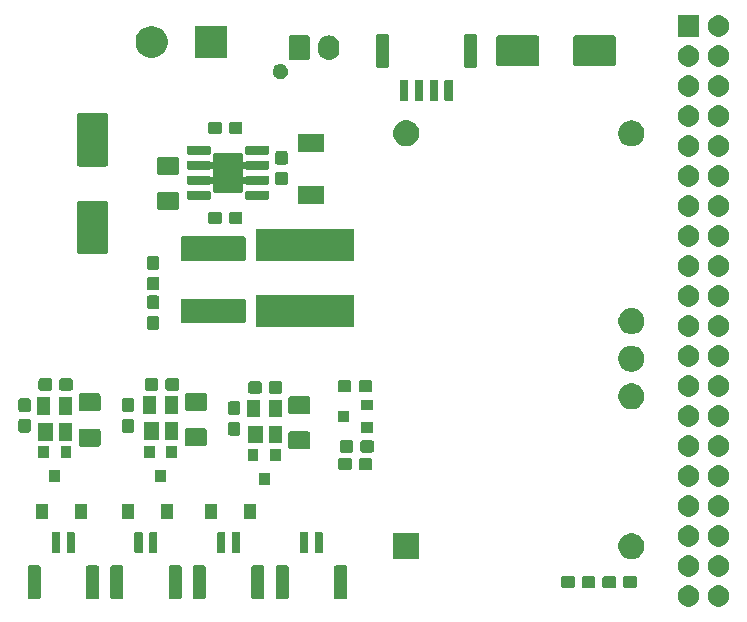
<source format=gbr>
G04 #@! TF.GenerationSoftware,KiCad,Pcbnew,5.1.5-52549c5~84~ubuntu18.04.1*
G04 #@! TF.CreationDate,2020-01-27T13:55:18+13:00*
G04 #@! TF.ProjectId,MOSSbp_Jetson_Nano_Board,4d4f5353-6270-45f4-9a65-74736f6e5f4e,V0.1*
G04 #@! TF.SameCoordinates,Original*
G04 #@! TF.FileFunction,Soldermask,Top*
G04 #@! TF.FilePolarity,Negative*
%FSLAX46Y46*%
G04 Gerber Fmt 4.6, Leading zero omitted, Abs format (unit mm)*
G04 Created by KiCad (PCBNEW 5.1.5-52549c5~84~ubuntu18.04.1) date 2020-01-27 13:55:18*
%MOMM*%
%LPD*%
G04 APERTURE LIST*
%ADD10C,0.100000*%
G04 APERTURE END LIST*
D10*
G36*
X175108851Y-114263000D02*
G01*
X175262812Y-114293624D01*
X175426784Y-114361544D01*
X175574354Y-114460147D01*
X175699853Y-114585646D01*
X175798456Y-114733216D01*
X175866376Y-114897188D01*
X175901000Y-115071259D01*
X175901000Y-115248741D01*
X175866376Y-115422812D01*
X175798456Y-115586784D01*
X175699853Y-115734354D01*
X175574354Y-115859853D01*
X175426784Y-115958456D01*
X175262812Y-116026376D01*
X175113512Y-116056073D01*
X175088742Y-116061000D01*
X174911258Y-116061000D01*
X174886488Y-116056073D01*
X174737188Y-116026376D01*
X174573216Y-115958456D01*
X174425646Y-115859853D01*
X174300147Y-115734354D01*
X174201544Y-115586784D01*
X174133624Y-115422812D01*
X174099000Y-115248741D01*
X174099000Y-115071259D01*
X174133624Y-114897188D01*
X174201544Y-114733216D01*
X174300147Y-114585646D01*
X174425646Y-114460147D01*
X174573216Y-114361544D01*
X174737188Y-114293624D01*
X174891149Y-114263000D01*
X174911258Y-114259000D01*
X175088742Y-114259000D01*
X175108851Y-114263000D01*
G37*
G36*
X172568851Y-114263000D02*
G01*
X172722812Y-114293624D01*
X172886784Y-114361544D01*
X173034354Y-114460147D01*
X173159853Y-114585646D01*
X173258456Y-114733216D01*
X173326376Y-114897188D01*
X173361000Y-115071259D01*
X173361000Y-115248741D01*
X173326376Y-115422812D01*
X173258456Y-115586784D01*
X173159853Y-115734354D01*
X173034354Y-115859853D01*
X172886784Y-115958456D01*
X172722812Y-116026376D01*
X172573512Y-116056073D01*
X172548742Y-116061000D01*
X172371258Y-116061000D01*
X172346488Y-116056073D01*
X172197188Y-116026376D01*
X172033216Y-115958456D01*
X171885646Y-115859853D01*
X171760147Y-115734354D01*
X171661544Y-115586784D01*
X171593624Y-115422812D01*
X171559000Y-115248741D01*
X171559000Y-115071259D01*
X171593624Y-114897188D01*
X171661544Y-114733216D01*
X171760147Y-114585646D01*
X171885646Y-114460147D01*
X172033216Y-114361544D01*
X172197188Y-114293624D01*
X172351149Y-114263000D01*
X172371258Y-114259000D01*
X172548742Y-114259000D01*
X172568851Y-114263000D01*
G37*
G36*
X138429434Y-112553686D02*
G01*
X138469284Y-112565774D01*
X138505999Y-112585399D01*
X138538186Y-112611814D01*
X138564601Y-112644001D01*
X138584226Y-112680716D01*
X138596314Y-112720566D01*
X138601000Y-112768141D01*
X138601000Y-115231859D01*
X138596314Y-115279434D01*
X138584226Y-115319284D01*
X138564601Y-115355999D01*
X138538186Y-115388186D01*
X138505999Y-115414601D01*
X138469284Y-115434226D01*
X138429434Y-115446314D01*
X138381859Y-115451000D01*
X137718141Y-115451000D01*
X137670566Y-115446314D01*
X137630716Y-115434226D01*
X137594001Y-115414601D01*
X137561814Y-115388186D01*
X137535399Y-115355999D01*
X137515774Y-115319284D01*
X137503686Y-115279434D01*
X137499000Y-115231859D01*
X137499000Y-112768141D01*
X137503686Y-112720566D01*
X137515774Y-112680716D01*
X137535399Y-112644001D01*
X137561814Y-112611814D01*
X137594001Y-112585399D01*
X137630716Y-112565774D01*
X137670566Y-112553686D01*
X137718141Y-112549000D01*
X138381859Y-112549000D01*
X138429434Y-112553686D01*
G37*
G36*
X131429434Y-112553686D02*
G01*
X131469284Y-112565774D01*
X131505999Y-112585399D01*
X131538186Y-112611814D01*
X131564601Y-112644001D01*
X131584226Y-112680716D01*
X131596314Y-112720566D01*
X131601000Y-112768141D01*
X131601000Y-115231859D01*
X131596314Y-115279434D01*
X131584226Y-115319284D01*
X131564601Y-115355999D01*
X131538186Y-115388186D01*
X131505999Y-115414601D01*
X131469284Y-115434226D01*
X131429434Y-115446314D01*
X131381859Y-115451000D01*
X130718141Y-115451000D01*
X130670566Y-115446314D01*
X130630716Y-115434226D01*
X130594001Y-115414601D01*
X130561814Y-115388186D01*
X130535399Y-115355999D01*
X130515774Y-115319284D01*
X130503686Y-115279434D01*
X130499000Y-115231859D01*
X130499000Y-112768141D01*
X130503686Y-112720566D01*
X130515774Y-112680716D01*
X130535399Y-112644001D01*
X130561814Y-112611814D01*
X130594001Y-112585399D01*
X130630716Y-112565774D01*
X130670566Y-112553686D01*
X130718141Y-112549000D01*
X131381859Y-112549000D01*
X131429434Y-112553686D01*
G37*
G36*
X124429434Y-112553686D02*
G01*
X124469284Y-112565774D01*
X124505999Y-112585399D01*
X124538186Y-112611814D01*
X124564601Y-112644001D01*
X124584226Y-112680716D01*
X124596314Y-112720566D01*
X124601000Y-112768141D01*
X124601000Y-115231859D01*
X124596314Y-115279434D01*
X124584226Y-115319284D01*
X124564601Y-115355999D01*
X124538186Y-115388186D01*
X124505999Y-115414601D01*
X124469284Y-115434226D01*
X124429434Y-115446314D01*
X124381859Y-115451000D01*
X123718141Y-115451000D01*
X123670566Y-115446314D01*
X123630716Y-115434226D01*
X123594001Y-115414601D01*
X123561814Y-115388186D01*
X123535399Y-115355999D01*
X123515774Y-115319284D01*
X123503686Y-115279434D01*
X123499000Y-115231859D01*
X123499000Y-112768141D01*
X123503686Y-112720566D01*
X123515774Y-112680716D01*
X123535399Y-112644001D01*
X123561814Y-112611814D01*
X123594001Y-112585399D01*
X123630716Y-112565774D01*
X123670566Y-112553686D01*
X123718141Y-112549000D01*
X124381859Y-112549000D01*
X124429434Y-112553686D01*
G37*
G36*
X129379434Y-112553686D02*
G01*
X129419284Y-112565774D01*
X129455999Y-112585399D01*
X129488186Y-112611814D01*
X129514601Y-112644001D01*
X129534226Y-112680716D01*
X129546314Y-112720566D01*
X129551000Y-112768141D01*
X129551000Y-115231859D01*
X129546314Y-115279434D01*
X129534226Y-115319284D01*
X129514601Y-115355999D01*
X129488186Y-115388186D01*
X129455999Y-115414601D01*
X129419284Y-115434226D01*
X129379434Y-115446314D01*
X129331859Y-115451000D01*
X128668141Y-115451000D01*
X128620566Y-115446314D01*
X128580716Y-115434226D01*
X128544001Y-115414601D01*
X128511814Y-115388186D01*
X128485399Y-115355999D01*
X128465774Y-115319284D01*
X128453686Y-115279434D01*
X128449000Y-115231859D01*
X128449000Y-112768141D01*
X128453686Y-112720566D01*
X128465774Y-112680716D01*
X128485399Y-112644001D01*
X128511814Y-112611814D01*
X128544001Y-112585399D01*
X128580716Y-112565774D01*
X128620566Y-112553686D01*
X128668141Y-112549000D01*
X129331859Y-112549000D01*
X129379434Y-112553686D01*
G37*
G36*
X143379434Y-112553686D02*
G01*
X143419284Y-112565774D01*
X143455999Y-112585399D01*
X143488186Y-112611814D01*
X143514601Y-112644001D01*
X143534226Y-112680716D01*
X143546314Y-112720566D01*
X143551000Y-112768141D01*
X143551000Y-115231859D01*
X143546314Y-115279434D01*
X143534226Y-115319284D01*
X143514601Y-115355999D01*
X143488186Y-115388186D01*
X143455999Y-115414601D01*
X143419284Y-115434226D01*
X143379434Y-115446314D01*
X143331859Y-115451000D01*
X142668141Y-115451000D01*
X142620566Y-115446314D01*
X142580716Y-115434226D01*
X142544001Y-115414601D01*
X142511814Y-115388186D01*
X142485399Y-115355999D01*
X142465774Y-115319284D01*
X142453686Y-115279434D01*
X142449000Y-115231859D01*
X142449000Y-112768141D01*
X142453686Y-112720566D01*
X142465774Y-112680716D01*
X142485399Y-112644001D01*
X142511814Y-112611814D01*
X142544001Y-112585399D01*
X142580716Y-112565774D01*
X142620566Y-112553686D01*
X142668141Y-112549000D01*
X143331859Y-112549000D01*
X143379434Y-112553686D01*
G37*
G36*
X117429434Y-112553686D02*
G01*
X117469284Y-112565774D01*
X117505999Y-112585399D01*
X117538186Y-112611814D01*
X117564601Y-112644001D01*
X117584226Y-112680716D01*
X117596314Y-112720566D01*
X117601000Y-112768141D01*
X117601000Y-115231859D01*
X117596314Y-115279434D01*
X117584226Y-115319284D01*
X117564601Y-115355999D01*
X117538186Y-115388186D01*
X117505999Y-115414601D01*
X117469284Y-115434226D01*
X117429434Y-115446314D01*
X117381859Y-115451000D01*
X116718141Y-115451000D01*
X116670566Y-115446314D01*
X116630716Y-115434226D01*
X116594001Y-115414601D01*
X116561814Y-115388186D01*
X116535399Y-115355999D01*
X116515774Y-115319284D01*
X116503686Y-115279434D01*
X116499000Y-115231859D01*
X116499000Y-112768141D01*
X116503686Y-112720566D01*
X116515774Y-112680716D01*
X116535399Y-112644001D01*
X116561814Y-112611814D01*
X116594001Y-112585399D01*
X116630716Y-112565774D01*
X116670566Y-112553686D01*
X116718141Y-112549000D01*
X117381859Y-112549000D01*
X117429434Y-112553686D01*
G37*
G36*
X122379434Y-112553686D02*
G01*
X122419284Y-112565774D01*
X122455999Y-112585399D01*
X122488186Y-112611814D01*
X122514601Y-112644001D01*
X122534226Y-112680716D01*
X122546314Y-112720566D01*
X122551000Y-112768141D01*
X122551000Y-115231859D01*
X122546314Y-115279434D01*
X122534226Y-115319284D01*
X122514601Y-115355999D01*
X122488186Y-115388186D01*
X122455999Y-115414601D01*
X122419284Y-115434226D01*
X122379434Y-115446314D01*
X122331859Y-115451000D01*
X121668141Y-115451000D01*
X121620566Y-115446314D01*
X121580716Y-115434226D01*
X121544001Y-115414601D01*
X121511814Y-115388186D01*
X121485399Y-115355999D01*
X121465774Y-115319284D01*
X121453686Y-115279434D01*
X121449000Y-115231859D01*
X121449000Y-112768141D01*
X121453686Y-112720566D01*
X121465774Y-112680716D01*
X121485399Y-112644001D01*
X121511814Y-112611814D01*
X121544001Y-112585399D01*
X121580716Y-112565774D01*
X121620566Y-112553686D01*
X121668141Y-112549000D01*
X122331859Y-112549000D01*
X122379434Y-112553686D01*
G37*
G36*
X136379434Y-112553686D02*
G01*
X136419284Y-112565774D01*
X136455999Y-112585399D01*
X136488186Y-112611814D01*
X136514601Y-112644001D01*
X136534226Y-112680716D01*
X136546314Y-112720566D01*
X136551000Y-112768141D01*
X136551000Y-115231859D01*
X136546314Y-115279434D01*
X136534226Y-115319284D01*
X136514601Y-115355999D01*
X136488186Y-115388186D01*
X136455999Y-115414601D01*
X136419284Y-115434226D01*
X136379434Y-115446314D01*
X136331859Y-115451000D01*
X135668141Y-115451000D01*
X135620566Y-115446314D01*
X135580716Y-115434226D01*
X135544001Y-115414601D01*
X135511814Y-115388186D01*
X135485399Y-115355999D01*
X135465774Y-115319284D01*
X135453686Y-115279434D01*
X135449000Y-115231859D01*
X135449000Y-112768141D01*
X135453686Y-112720566D01*
X135465774Y-112680716D01*
X135485399Y-112644001D01*
X135511814Y-112611814D01*
X135544001Y-112585399D01*
X135580716Y-112565774D01*
X135620566Y-112553686D01*
X135668141Y-112549000D01*
X136331859Y-112549000D01*
X136379434Y-112553686D01*
G37*
G36*
X164414499Y-113478445D02*
G01*
X164451995Y-113489820D01*
X164486554Y-113508292D01*
X164516847Y-113533153D01*
X164541708Y-113563446D01*
X164560180Y-113598005D01*
X164571555Y-113635501D01*
X164576000Y-113680638D01*
X164576000Y-114319362D01*
X164571555Y-114364499D01*
X164560180Y-114401995D01*
X164541708Y-114436554D01*
X164516847Y-114466847D01*
X164486554Y-114491708D01*
X164451995Y-114510180D01*
X164414499Y-114521555D01*
X164369362Y-114526000D01*
X163630638Y-114526000D01*
X163585501Y-114521555D01*
X163548005Y-114510180D01*
X163513446Y-114491708D01*
X163483153Y-114466847D01*
X163458292Y-114436554D01*
X163439820Y-114401995D01*
X163428445Y-114364499D01*
X163424000Y-114319362D01*
X163424000Y-113680638D01*
X163428445Y-113635501D01*
X163439820Y-113598005D01*
X163458292Y-113563446D01*
X163483153Y-113533153D01*
X163513446Y-113508292D01*
X163548005Y-113489820D01*
X163585501Y-113478445D01*
X163630638Y-113474000D01*
X164369362Y-113474000D01*
X164414499Y-113478445D01*
G37*
G36*
X167914499Y-113478445D02*
G01*
X167951995Y-113489820D01*
X167986554Y-113508292D01*
X168016847Y-113533153D01*
X168041708Y-113563446D01*
X168060180Y-113598005D01*
X168071555Y-113635501D01*
X168076000Y-113680638D01*
X168076000Y-114319362D01*
X168071555Y-114364499D01*
X168060180Y-114401995D01*
X168041708Y-114436554D01*
X168016847Y-114466847D01*
X167986554Y-114491708D01*
X167951995Y-114510180D01*
X167914499Y-114521555D01*
X167869362Y-114526000D01*
X167130638Y-114526000D01*
X167085501Y-114521555D01*
X167048005Y-114510180D01*
X167013446Y-114491708D01*
X166983153Y-114466847D01*
X166958292Y-114436554D01*
X166939820Y-114401995D01*
X166928445Y-114364499D01*
X166924000Y-114319362D01*
X166924000Y-113680638D01*
X166928445Y-113635501D01*
X166939820Y-113598005D01*
X166958292Y-113563446D01*
X166983153Y-113533153D01*
X167013446Y-113508292D01*
X167048005Y-113489820D01*
X167085501Y-113478445D01*
X167130638Y-113474000D01*
X167869362Y-113474000D01*
X167914499Y-113478445D01*
G37*
G36*
X166164499Y-113478445D02*
G01*
X166201995Y-113489820D01*
X166236554Y-113508292D01*
X166266847Y-113533153D01*
X166291708Y-113563446D01*
X166310180Y-113598005D01*
X166321555Y-113635501D01*
X166326000Y-113680638D01*
X166326000Y-114319362D01*
X166321555Y-114364499D01*
X166310180Y-114401995D01*
X166291708Y-114436554D01*
X166266847Y-114466847D01*
X166236554Y-114491708D01*
X166201995Y-114510180D01*
X166164499Y-114521555D01*
X166119362Y-114526000D01*
X165380638Y-114526000D01*
X165335501Y-114521555D01*
X165298005Y-114510180D01*
X165263446Y-114491708D01*
X165233153Y-114466847D01*
X165208292Y-114436554D01*
X165189820Y-114401995D01*
X165178445Y-114364499D01*
X165174000Y-114319362D01*
X165174000Y-113680638D01*
X165178445Y-113635501D01*
X165189820Y-113598005D01*
X165208292Y-113563446D01*
X165233153Y-113533153D01*
X165263446Y-113508292D01*
X165298005Y-113489820D01*
X165335501Y-113478445D01*
X165380638Y-113474000D01*
X166119362Y-113474000D01*
X166164499Y-113478445D01*
G37*
G36*
X162664499Y-113478445D02*
G01*
X162701995Y-113489820D01*
X162736554Y-113508292D01*
X162766847Y-113533153D01*
X162791708Y-113563446D01*
X162810180Y-113598005D01*
X162821555Y-113635501D01*
X162826000Y-113680638D01*
X162826000Y-114319362D01*
X162821555Y-114364499D01*
X162810180Y-114401995D01*
X162791708Y-114436554D01*
X162766847Y-114466847D01*
X162736554Y-114491708D01*
X162701995Y-114510180D01*
X162664499Y-114521555D01*
X162619362Y-114526000D01*
X161880638Y-114526000D01*
X161835501Y-114521555D01*
X161798005Y-114510180D01*
X161763446Y-114491708D01*
X161733153Y-114466847D01*
X161708292Y-114436554D01*
X161689820Y-114401995D01*
X161678445Y-114364499D01*
X161674000Y-114319362D01*
X161674000Y-113680638D01*
X161678445Y-113635501D01*
X161689820Y-113598005D01*
X161708292Y-113563446D01*
X161733153Y-113533153D01*
X161763446Y-113508292D01*
X161798005Y-113489820D01*
X161835501Y-113478445D01*
X161880638Y-113474000D01*
X162619362Y-113474000D01*
X162664499Y-113478445D01*
G37*
G36*
X172573512Y-111723927D02*
G01*
X172722812Y-111753624D01*
X172886784Y-111821544D01*
X173034354Y-111920147D01*
X173159853Y-112045646D01*
X173258456Y-112193216D01*
X173326376Y-112357188D01*
X173361000Y-112531259D01*
X173361000Y-112708741D01*
X173326376Y-112882812D01*
X173258456Y-113046784D01*
X173159853Y-113194354D01*
X173034354Y-113319853D01*
X172886784Y-113418456D01*
X172722812Y-113486376D01*
X172573512Y-113516073D01*
X172548742Y-113521000D01*
X172371258Y-113521000D01*
X172346488Y-113516073D01*
X172197188Y-113486376D01*
X172033216Y-113418456D01*
X171885646Y-113319853D01*
X171760147Y-113194354D01*
X171661544Y-113046784D01*
X171593624Y-112882812D01*
X171559000Y-112708741D01*
X171559000Y-112531259D01*
X171593624Y-112357188D01*
X171661544Y-112193216D01*
X171760147Y-112045646D01*
X171885646Y-111920147D01*
X172033216Y-111821544D01*
X172197188Y-111753624D01*
X172346488Y-111723927D01*
X172371258Y-111719000D01*
X172548742Y-111719000D01*
X172573512Y-111723927D01*
G37*
G36*
X175113512Y-111723927D02*
G01*
X175262812Y-111753624D01*
X175426784Y-111821544D01*
X175574354Y-111920147D01*
X175699853Y-112045646D01*
X175798456Y-112193216D01*
X175866376Y-112357188D01*
X175901000Y-112531259D01*
X175901000Y-112708741D01*
X175866376Y-112882812D01*
X175798456Y-113046784D01*
X175699853Y-113194354D01*
X175574354Y-113319853D01*
X175426784Y-113418456D01*
X175262812Y-113486376D01*
X175113512Y-113516073D01*
X175088742Y-113521000D01*
X174911258Y-113521000D01*
X174886488Y-113516073D01*
X174737188Y-113486376D01*
X174573216Y-113418456D01*
X174425646Y-113319853D01*
X174300147Y-113194354D01*
X174201544Y-113046784D01*
X174133624Y-112882812D01*
X174099000Y-112708741D01*
X174099000Y-112531259D01*
X174133624Y-112357188D01*
X174201544Y-112193216D01*
X174300147Y-112045646D01*
X174425646Y-111920147D01*
X174573216Y-111821544D01*
X174737188Y-111753624D01*
X174886488Y-111723927D01*
X174911258Y-111719000D01*
X175088742Y-111719000D01*
X175113512Y-111723927D01*
G37*
G36*
X167820635Y-109857339D02*
G01*
X167941150Y-109881311D01*
X168141520Y-109964307D01*
X168321844Y-110084795D01*
X168475205Y-110238156D01*
X168595693Y-110418480D01*
X168678689Y-110618851D01*
X168721000Y-110831560D01*
X168721000Y-111048440D01*
X168678689Y-111261149D01*
X168595693Y-111461520D01*
X168475205Y-111641844D01*
X168321844Y-111795205D01*
X168141520Y-111915693D01*
X168041334Y-111957191D01*
X167941150Y-111998689D01*
X167834794Y-112019845D01*
X167728440Y-112041000D01*
X167511560Y-112041000D01*
X167405206Y-112019845D01*
X167298850Y-111998689D01*
X167198666Y-111957191D01*
X167098480Y-111915693D01*
X166918156Y-111795205D01*
X166764795Y-111641844D01*
X166644307Y-111461520D01*
X166561311Y-111261149D01*
X166519000Y-111048440D01*
X166519000Y-110831560D01*
X166561311Y-110618851D01*
X166644307Y-110418480D01*
X166764795Y-110238156D01*
X166918156Y-110084795D01*
X167098480Y-109964307D01*
X167298850Y-109881311D01*
X167419365Y-109857339D01*
X167511560Y-109839000D01*
X167728440Y-109839000D01*
X167820635Y-109857339D01*
G37*
G36*
X149671000Y-112041000D02*
G01*
X147469000Y-112041000D01*
X147469000Y-109839000D01*
X149671000Y-109839000D01*
X149671000Y-112041000D01*
G37*
G36*
X126159928Y-109751764D02*
G01*
X126181009Y-109758160D01*
X126200445Y-109768548D01*
X126217476Y-109782524D01*
X126231452Y-109799555D01*
X126241840Y-109818991D01*
X126248236Y-109840072D01*
X126251000Y-109868140D01*
X126251000Y-111431860D01*
X126248236Y-111459928D01*
X126241840Y-111481009D01*
X126231452Y-111500445D01*
X126217476Y-111517476D01*
X126200445Y-111531452D01*
X126181009Y-111541840D01*
X126159928Y-111548236D01*
X126131860Y-111551000D01*
X125668140Y-111551000D01*
X125640072Y-111548236D01*
X125618991Y-111541840D01*
X125599555Y-111531452D01*
X125582524Y-111517476D01*
X125568548Y-111500445D01*
X125558160Y-111481009D01*
X125551764Y-111459928D01*
X125549000Y-111431860D01*
X125549000Y-109868140D01*
X125551764Y-109840072D01*
X125558160Y-109818991D01*
X125568548Y-109799555D01*
X125582524Y-109782524D01*
X125599555Y-109768548D01*
X125618991Y-109758160D01*
X125640072Y-109751764D01*
X125668140Y-109749000D01*
X126131860Y-109749000D01*
X126159928Y-109751764D01*
G37*
G36*
X127409928Y-109751764D02*
G01*
X127431009Y-109758160D01*
X127450445Y-109768548D01*
X127467476Y-109782524D01*
X127481452Y-109799555D01*
X127491840Y-109818991D01*
X127498236Y-109840072D01*
X127501000Y-109868140D01*
X127501000Y-111431860D01*
X127498236Y-111459928D01*
X127491840Y-111481009D01*
X127481452Y-111500445D01*
X127467476Y-111517476D01*
X127450445Y-111531452D01*
X127431009Y-111541840D01*
X127409928Y-111548236D01*
X127381860Y-111551000D01*
X126918140Y-111551000D01*
X126890072Y-111548236D01*
X126868991Y-111541840D01*
X126849555Y-111531452D01*
X126832524Y-111517476D01*
X126818548Y-111500445D01*
X126808160Y-111481009D01*
X126801764Y-111459928D01*
X126799000Y-111431860D01*
X126799000Y-109868140D01*
X126801764Y-109840072D01*
X126808160Y-109818991D01*
X126818548Y-109799555D01*
X126832524Y-109782524D01*
X126849555Y-109768548D01*
X126868991Y-109758160D01*
X126890072Y-109751764D01*
X126918140Y-109749000D01*
X127381860Y-109749000D01*
X127409928Y-109751764D01*
G37*
G36*
X140159928Y-109751764D02*
G01*
X140181009Y-109758160D01*
X140200445Y-109768548D01*
X140217476Y-109782524D01*
X140231452Y-109799555D01*
X140241840Y-109818991D01*
X140248236Y-109840072D01*
X140251000Y-109868140D01*
X140251000Y-111431860D01*
X140248236Y-111459928D01*
X140241840Y-111481009D01*
X140231452Y-111500445D01*
X140217476Y-111517476D01*
X140200445Y-111531452D01*
X140181009Y-111541840D01*
X140159928Y-111548236D01*
X140131860Y-111551000D01*
X139668140Y-111551000D01*
X139640072Y-111548236D01*
X139618991Y-111541840D01*
X139599555Y-111531452D01*
X139582524Y-111517476D01*
X139568548Y-111500445D01*
X139558160Y-111481009D01*
X139551764Y-111459928D01*
X139549000Y-111431860D01*
X139549000Y-109868140D01*
X139551764Y-109840072D01*
X139558160Y-109818991D01*
X139568548Y-109799555D01*
X139582524Y-109782524D01*
X139599555Y-109768548D01*
X139618991Y-109758160D01*
X139640072Y-109751764D01*
X139668140Y-109749000D01*
X140131860Y-109749000D01*
X140159928Y-109751764D01*
G37*
G36*
X141409928Y-109751764D02*
G01*
X141431009Y-109758160D01*
X141450445Y-109768548D01*
X141467476Y-109782524D01*
X141481452Y-109799555D01*
X141491840Y-109818991D01*
X141498236Y-109840072D01*
X141501000Y-109868140D01*
X141501000Y-111431860D01*
X141498236Y-111459928D01*
X141491840Y-111481009D01*
X141481452Y-111500445D01*
X141467476Y-111517476D01*
X141450445Y-111531452D01*
X141431009Y-111541840D01*
X141409928Y-111548236D01*
X141381860Y-111551000D01*
X140918140Y-111551000D01*
X140890072Y-111548236D01*
X140868991Y-111541840D01*
X140849555Y-111531452D01*
X140832524Y-111517476D01*
X140818548Y-111500445D01*
X140808160Y-111481009D01*
X140801764Y-111459928D01*
X140799000Y-111431860D01*
X140799000Y-109868140D01*
X140801764Y-109840072D01*
X140808160Y-109818991D01*
X140818548Y-109799555D01*
X140832524Y-109782524D01*
X140849555Y-109768548D01*
X140868991Y-109758160D01*
X140890072Y-109751764D01*
X140918140Y-109749000D01*
X141381860Y-109749000D01*
X141409928Y-109751764D01*
G37*
G36*
X134409928Y-109751764D02*
G01*
X134431009Y-109758160D01*
X134450445Y-109768548D01*
X134467476Y-109782524D01*
X134481452Y-109799555D01*
X134491840Y-109818991D01*
X134498236Y-109840072D01*
X134501000Y-109868140D01*
X134501000Y-111431860D01*
X134498236Y-111459928D01*
X134491840Y-111481009D01*
X134481452Y-111500445D01*
X134467476Y-111517476D01*
X134450445Y-111531452D01*
X134431009Y-111541840D01*
X134409928Y-111548236D01*
X134381860Y-111551000D01*
X133918140Y-111551000D01*
X133890072Y-111548236D01*
X133868991Y-111541840D01*
X133849555Y-111531452D01*
X133832524Y-111517476D01*
X133818548Y-111500445D01*
X133808160Y-111481009D01*
X133801764Y-111459928D01*
X133799000Y-111431860D01*
X133799000Y-109868140D01*
X133801764Y-109840072D01*
X133808160Y-109818991D01*
X133818548Y-109799555D01*
X133832524Y-109782524D01*
X133849555Y-109768548D01*
X133868991Y-109758160D01*
X133890072Y-109751764D01*
X133918140Y-109749000D01*
X134381860Y-109749000D01*
X134409928Y-109751764D01*
G37*
G36*
X119159928Y-109751764D02*
G01*
X119181009Y-109758160D01*
X119200445Y-109768548D01*
X119217476Y-109782524D01*
X119231452Y-109799555D01*
X119241840Y-109818991D01*
X119248236Y-109840072D01*
X119251000Y-109868140D01*
X119251000Y-111431860D01*
X119248236Y-111459928D01*
X119241840Y-111481009D01*
X119231452Y-111500445D01*
X119217476Y-111517476D01*
X119200445Y-111531452D01*
X119181009Y-111541840D01*
X119159928Y-111548236D01*
X119131860Y-111551000D01*
X118668140Y-111551000D01*
X118640072Y-111548236D01*
X118618991Y-111541840D01*
X118599555Y-111531452D01*
X118582524Y-111517476D01*
X118568548Y-111500445D01*
X118558160Y-111481009D01*
X118551764Y-111459928D01*
X118549000Y-111431860D01*
X118549000Y-109868140D01*
X118551764Y-109840072D01*
X118558160Y-109818991D01*
X118568548Y-109799555D01*
X118582524Y-109782524D01*
X118599555Y-109768548D01*
X118618991Y-109758160D01*
X118640072Y-109751764D01*
X118668140Y-109749000D01*
X119131860Y-109749000D01*
X119159928Y-109751764D01*
G37*
G36*
X120409928Y-109751764D02*
G01*
X120431009Y-109758160D01*
X120450445Y-109768548D01*
X120467476Y-109782524D01*
X120481452Y-109799555D01*
X120491840Y-109818991D01*
X120498236Y-109840072D01*
X120501000Y-109868140D01*
X120501000Y-111431860D01*
X120498236Y-111459928D01*
X120491840Y-111481009D01*
X120481452Y-111500445D01*
X120467476Y-111517476D01*
X120450445Y-111531452D01*
X120431009Y-111541840D01*
X120409928Y-111548236D01*
X120381860Y-111551000D01*
X119918140Y-111551000D01*
X119890072Y-111548236D01*
X119868991Y-111541840D01*
X119849555Y-111531452D01*
X119832524Y-111517476D01*
X119818548Y-111500445D01*
X119808160Y-111481009D01*
X119801764Y-111459928D01*
X119799000Y-111431860D01*
X119799000Y-109868140D01*
X119801764Y-109840072D01*
X119808160Y-109818991D01*
X119818548Y-109799555D01*
X119832524Y-109782524D01*
X119849555Y-109768548D01*
X119868991Y-109758160D01*
X119890072Y-109751764D01*
X119918140Y-109749000D01*
X120381860Y-109749000D01*
X120409928Y-109751764D01*
G37*
G36*
X133159928Y-109751764D02*
G01*
X133181009Y-109758160D01*
X133200445Y-109768548D01*
X133217476Y-109782524D01*
X133231452Y-109799555D01*
X133241840Y-109818991D01*
X133248236Y-109840072D01*
X133251000Y-109868140D01*
X133251000Y-111431860D01*
X133248236Y-111459928D01*
X133241840Y-111481009D01*
X133231452Y-111500445D01*
X133217476Y-111517476D01*
X133200445Y-111531452D01*
X133181009Y-111541840D01*
X133159928Y-111548236D01*
X133131860Y-111551000D01*
X132668140Y-111551000D01*
X132640072Y-111548236D01*
X132618991Y-111541840D01*
X132599555Y-111531452D01*
X132582524Y-111517476D01*
X132568548Y-111500445D01*
X132558160Y-111481009D01*
X132551764Y-111459928D01*
X132549000Y-111431860D01*
X132549000Y-109868140D01*
X132551764Y-109840072D01*
X132558160Y-109818991D01*
X132568548Y-109799555D01*
X132582524Y-109782524D01*
X132599555Y-109768548D01*
X132618991Y-109758160D01*
X132640072Y-109751764D01*
X132668140Y-109749000D01*
X133131860Y-109749000D01*
X133159928Y-109751764D01*
G37*
G36*
X172573512Y-109183927D02*
G01*
X172722812Y-109213624D01*
X172886784Y-109281544D01*
X173034354Y-109380147D01*
X173159853Y-109505646D01*
X173258456Y-109653216D01*
X173326376Y-109817188D01*
X173361000Y-109991259D01*
X173361000Y-110168741D01*
X173326376Y-110342812D01*
X173258456Y-110506784D01*
X173159853Y-110654354D01*
X173034354Y-110779853D01*
X172886784Y-110878456D01*
X172722812Y-110946376D01*
X172573512Y-110976073D01*
X172548742Y-110981000D01*
X172371258Y-110981000D01*
X172346488Y-110976073D01*
X172197188Y-110946376D01*
X172033216Y-110878456D01*
X171885646Y-110779853D01*
X171760147Y-110654354D01*
X171661544Y-110506784D01*
X171593624Y-110342812D01*
X171559000Y-110168741D01*
X171559000Y-109991259D01*
X171593624Y-109817188D01*
X171661544Y-109653216D01*
X171760147Y-109505646D01*
X171885646Y-109380147D01*
X172033216Y-109281544D01*
X172197188Y-109213624D01*
X172346488Y-109183927D01*
X172371258Y-109179000D01*
X172548742Y-109179000D01*
X172573512Y-109183927D01*
G37*
G36*
X175113512Y-109183927D02*
G01*
X175262812Y-109213624D01*
X175426784Y-109281544D01*
X175574354Y-109380147D01*
X175699853Y-109505646D01*
X175798456Y-109653216D01*
X175866376Y-109817188D01*
X175901000Y-109991259D01*
X175901000Y-110168741D01*
X175866376Y-110342812D01*
X175798456Y-110506784D01*
X175699853Y-110654354D01*
X175574354Y-110779853D01*
X175426784Y-110878456D01*
X175262812Y-110946376D01*
X175113512Y-110976073D01*
X175088742Y-110981000D01*
X174911258Y-110981000D01*
X174886488Y-110976073D01*
X174737188Y-110946376D01*
X174573216Y-110878456D01*
X174425646Y-110779853D01*
X174300147Y-110654354D01*
X174201544Y-110506784D01*
X174133624Y-110342812D01*
X174099000Y-110168741D01*
X174099000Y-109991259D01*
X174133624Y-109817188D01*
X174201544Y-109653216D01*
X174300147Y-109505646D01*
X174425646Y-109380147D01*
X174573216Y-109281544D01*
X174737188Y-109213624D01*
X174886488Y-109183927D01*
X174911258Y-109179000D01*
X175088742Y-109179000D01*
X175113512Y-109183927D01*
G37*
G36*
X135801000Y-108651000D02*
G01*
X134799000Y-108651000D01*
X134799000Y-107349000D01*
X135801000Y-107349000D01*
X135801000Y-108651000D01*
G37*
G36*
X132501000Y-108651000D02*
G01*
X131499000Y-108651000D01*
X131499000Y-107349000D01*
X132501000Y-107349000D01*
X132501000Y-108651000D01*
G37*
G36*
X128801000Y-108651000D02*
G01*
X127799000Y-108651000D01*
X127799000Y-107349000D01*
X128801000Y-107349000D01*
X128801000Y-108651000D01*
G37*
G36*
X125501000Y-108651000D02*
G01*
X124499000Y-108651000D01*
X124499000Y-107349000D01*
X125501000Y-107349000D01*
X125501000Y-108651000D01*
G37*
G36*
X121501000Y-108651000D02*
G01*
X120499000Y-108651000D01*
X120499000Y-107349000D01*
X121501000Y-107349000D01*
X121501000Y-108651000D01*
G37*
G36*
X118201000Y-108651000D02*
G01*
X117199000Y-108651000D01*
X117199000Y-107349000D01*
X118201000Y-107349000D01*
X118201000Y-108651000D01*
G37*
G36*
X175113512Y-106643927D02*
G01*
X175262812Y-106673624D01*
X175426784Y-106741544D01*
X175574354Y-106840147D01*
X175699853Y-106965646D01*
X175798456Y-107113216D01*
X175866376Y-107277188D01*
X175901000Y-107451259D01*
X175901000Y-107628741D01*
X175866376Y-107802812D01*
X175798456Y-107966784D01*
X175699853Y-108114354D01*
X175574354Y-108239853D01*
X175426784Y-108338456D01*
X175262812Y-108406376D01*
X175113512Y-108436073D01*
X175088742Y-108441000D01*
X174911258Y-108441000D01*
X174886488Y-108436073D01*
X174737188Y-108406376D01*
X174573216Y-108338456D01*
X174425646Y-108239853D01*
X174300147Y-108114354D01*
X174201544Y-107966784D01*
X174133624Y-107802812D01*
X174099000Y-107628741D01*
X174099000Y-107451259D01*
X174133624Y-107277188D01*
X174201544Y-107113216D01*
X174300147Y-106965646D01*
X174425646Y-106840147D01*
X174573216Y-106741544D01*
X174737188Y-106673624D01*
X174886488Y-106643927D01*
X174911258Y-106639000D01*
X175088742Y-106639000D01*
X175113512Y-106643927D01*
G37*
G36*
X172573512Y-106643927D02*
G01*
X172722812Y-106673624D01*
X172886784Y-106741544D01*
X173034354Y-106840147D01*
X173159853Y-106965646D01*
X173258456Y-107113216D01*
X173326376Y-107277188D01*
X173361000Y-107451259D01*
X173361000Y-107628741D01*
X173326376Y-107802812D01*
X173258456Y-107966784D01*
X173159853Y-108114354D01*
X173034354Y-108239853D01*
X172886784Y-108338456D01*
X172722812Y-108406376D01*
X172573512Y-108436073D01*
X172548742Y-108441000D01*
X172371258Y-108441000D01*
X172346488Y-108436073D01*
X172197188Y-108406376D01*
X172033216Y-108338456D01*
X171885646Y-108239853D01*
X171760147Y-108114354D01*
X171661544Y-107966784D01*
X171593624Y-107802812D01*
X171559000Y-107628741D01*
X171559000Y-107451259D01*
X171593624Y-107277188D01*
X171661544Y-107113216D01*
X171760147Y-106965646D01*
X171885646Y-106840147D01*
X172033216Y-106741544D01*
X172197188Y-106673624D01*
X172346488Y-106643927D01*
X172371258Y-106639000D01*
X172548742Y-106639000D01*
X172573512Y-106643927D01*
G37*
G36*
X172573512Y-104103927D02*
G01*
X172722812Y-104133624D01*
X172886784Y-104201544D01*
X173034354Y-104300147D01*
X173159853Y-104425646D01*
X173258456Y-104573216D01*
X173326376Y-104737188D01*
X173361000Y-104911259D01*
X173361000Y-105088741D01*
X173326376Y-105262812D01*
X173258456Y-105426784D01*
X173159853Y-105574354D01*
X173034354Y-105699853D01*
X172886784Y-105798456D01*
X172722812Y-105866376D01*
X172573512Y-105896073D01*
X172548742Y-105901000D01*
X172371258Y-105901000D01*
X172346488Y-105896073D01*
X172197188Y-105866376D01*
X172033216Y-105798456D01*
X171885646Y-105699853D01*
X171760147Y-105574354D01*
X171661544Y-105426784D01*
X171593624Y-105262812D01*
X171559000Y-105088741D01*
X171559000Y-104911259D01*
X171593624Y-104737188D01*
X171661544Y-104573216D01*
X171760147Y-104425646D01*
X171885646Y-104300147D01*
X172033216Y-104201544D01*
X172197188Y-104133624D01*
X172346488Y-104103927D01*
X172371258Y-104099000D01*
X172548742Y-104099000D01*
X172573512Y-104103927D01*
G37*
G36*
X175113512Y-104103927D02*
G01*
X175262812Y-104133624D01*
X175426784Y-104201544D01*
X175574354Y-104300147D01*
X175699853Y-104425646D01*
X175798456Y-104573216D01*
X175866376Y-104737188D01*
X175901000Y-104911259D01*
X175901000Y-105088741D01*
X175866376Y-105262812D01*
X175798456Y-105426784D01*
X175699853Y-105574354D01*
X175574354Y-105699853D01*
X175426784Y-105798456D01*
X175262812Y-105866376D01*
X175113512Y-105896073D01*
X175088742Y-105901000D01*
X174911258Y-105901000D01*
X174886488Y-105896073D01*
X174737188Y-105866376D01*
X174573216Y-105798456D01*
X174425646Y-105699853D01*
X174300147Y-105574354D01*
X174201544Y-105426784D01*
X174133624Y-105262812D01*
X174099000Y-105088741D01*
X174099000Y-104911259D01*
X174133624Y-104737188D01*
X174201544Y-104573216D01*
X174300147Y-104425646D01*
X174425646Y-104300147D01*
X174573216Y-104201544D01*
X174737188Y-104133624D01*
X174886488Y-104103927D01*
X174911258Y-104099000D01*
X175088742Y-104099000D01*
X175113512Y-104103927D01*
G37*
G36*
X137001000Y-105751000D02*
G01*
X136099000Y-105751000D01*
X136099000Y-104749000D01*
X137001000Y-104749000D01*
X137001000Y-105751000D01*
G37*
G36*
X128201000Y-105501000D02*
G01*
X127299000Y-105501000D01*
X127299000Y-104499000D01*
X128201000Y-104499000D01*
X128201000Y-105501000D01*
G37*
G36*
X119251000Y-105501000D02*
G01*
X118349000Y-105501000D01*
X118349000Y-104499000D01*
X119251000Y-104499000D01*
X119251000Y-105501000D01*
G37*
G36*
X143789499Y-103478445D02*
G01*
X143826995Y-103489820D01*
X143861554Y-103508292D01*
X143891847Y-103533153D01*
X143916708Y-103563446D01*
X143935180Y-103598005D01*
X143946555Y-103635501D01*
X143951000Y-103680638D01*
X143951000Y-104319362D01*
X143946555Y-104364499D01*
X143935180Y-104401995D01*
X143916708Y-104436554D01*
X143891847Y-104466847D01*
X143861554Y-104491708D01*
X143826995Y-104510180D01*
X143789499Y-104521555D01*
X143744362Y-104526000D01*
X143005638Y-104526000D01*
X142960501Y-104521555D01*
X142923005Y-104510180D01*
X142888446Y-104491708D01*
X142858153Y-104466847D01*
X142833292Y-104436554D01*
X142814820Y-104401995D01*
X142803445Y-104364499D01*
X142799000Y-104319362D01*
X142799000Y-103680638D01*
X142803445Y-103635501D01*
X142814820Y-103598005D01*
X142833292Y-103563446D01*
X142858153Y-103533153D01*
X142888446Y-103508292D01*
X142923005Y-103489820D01*
X142960501Y-103478445D01*
X143005638Y-103474000D01*
X143744362Y-103474000D01*
X143789499Y-103478445D01*
G37*
G36*
X145539499Y-103478445D02*
G01*
X145576995Y-103489820D01*
X145611554Y-103508292D01*
X145641847Y-103533153D01*
X145666708Y-103563446D01*
X145685180Y-103598005D01*
X145696555Y-103635501D01*
X145701000Y-103680638D01*
X145701000Y-104319362D01*
X145696555Y-104364499D01*
X145685180Y-104401995D01*
X145666708Y-104436554D01*
X145641847Y-104466847D01*
X145611554Y-104491708D01*
X145576995Y-104510180D01*
X145539499Y-104521555D01*
X145494362Y-104526000D01*
X144755638Y-104526000D01*
X144710501Y-104521555D01*
X144673005Y-104510180D01*
X144638446Y-104491708D01*
X144608153Y-104466847D01*
X144583292Y-104436554D01*
X144564820Y-104401995D01*
X144553445Y-104364499D01*
X144549000Y-104319362D01*
X144549000Y-103680638D01*
X144553445Y-103635501D01*
X144564820Y-103598005D01*
X144583292Y-103563446D01*
X144608153Y-103533153D01*
X144638446Y-103508292D01*
X144673005Y-103489820D01*
X144710501Y-103478445D01*
X144755638Y-103474000D01*
X145494362Y-103474000D01*
X145539499Y-103478445D01*
G37*
G36*
X137951000Y-103751000D02*
G01*
X137049000Y-103751000D01*
X137049000Y-102749000D01*
X137951000Y-102749000D01*
X137951000Y-103751000D01*
G37*
G36*
X136051000Y-103751000D02*
G01*
X135149000Y-103751000D01*
X135149000Y-102749000D01*
X136051000Y-102749000D01*
X136051000Y-103751000D01*
G37*
G36*
X127251000Y-103501000D02*
G01*
X126349000Y-103501000D01*
X126349000Y-102499000D01*
X127251000Y-102499000D01*
X127251000Y-103501000D01*
G37*
G36*
X129151000Y-103501000D02*
G01*
X128249000Y-103501000D01*
X128249000Y-102499000D01*
X129151000Y-102499000D01*
X129151000Y-103501000D01*
G37*
G36*
X118301000Y-103501000D02*
G01*
X117399000Y-103501000D01*
X117399000Y-102499000D01*
X118301000Y-102499000D01*
X118301000Y-103501000D01*
G37*
G36*
X120201000Y-103501000D02*
G01*
X119299000Y-103501000D01*
X119299000Y-102499000D01*
X120201000Y-102499000D01*
X120201000Y-103501000D01*
G37*
G36*
X175113512Y-101563927D02*
G01*
X175262812Y-101593624D01*
X175426784Y-101661544D01*
X175574354Y-101760147D01*
X175699853Y-101885646D01*
X175798456Y-102033216D01*
X175866376Y-102197188D01*
X175894397Y-102338062D01*
X175901000Y-102371258D01*
X175901000Y-102548742D01*
X175896073Y-102573512D01*
X175866376Y-102722812D01*
X175798456Y-102886784D01*
X175699853Y-103034354D01*
X175574354Y-103159853D01*
X175426784Y-103258456D01*
X175262812Y-103326376D01*
X175113512Y-103356073D01*
X175088742Y-103361000D01*
X174911258Y-103361000D01*
X174886488Y-103356073D01*
X174737188Y-103326376D01*
X174573216Y-103258456D01*
X174425646Y-103159853D01*
X174300147Y-103034354D01*
X174201544Y-102886784D01*
X174133624Y-102722812D01*
X174103927Y-102573512D01*
X174099000Y-102548742D01*
X174099000Y-102371258D01*
X174105603Y-102338062D01*
X174133624Y-102197188D01*
X174201544Y-102033216D01*
X174300147Y-101885646D01*
X174425646Y-101760147D01*
X174573216Y-101661544D01*
X174737188Y-101593624D01*
X174886488Y-101563927D01*
X174911258Y-101559000D01*
X175088742Y-101559000D01*
X175113512Y-101563927D01*
G37*
G36*
X172573512Y-101563927D02*
G01*
X172722812Y-101593624D01*
X172886784Y-101661544D01*
X173034354Y-101760147D01*
X173159853Y-101885646D01*
X173258456Y-102033216D01*
X173326376Y-102197188D01*
X173354397Y-102338062D01*
X173361000Y-102371258D01*
X173361000Y-102548742D01*
X173356073Y-102573512D01*
X173326376Y-102722812D01*
X173258456Y-102886784D01*
X173159853Y-103034354D01*
X173034354Y-103159853D01*
X172886784Y-103258456D01*
X172722812Y-103326376D01*
X172573512Y-103356073D01*
X172548742Y-103361000D01*
X172371258Y-103361000D01*
X172346488Y-103356073D01*
X172197188Y-103326376D01*
X172033216Y-103258456D01*
X171885646Y-103159853D01*
X171760147Y-103034354D01*
X171661544Y-102886784D01*
X171593624Y-102722812D01*
X171563927Y-102573512D01*
X171559000Y-102548742D01*
X171559000Y-102371258D01*
X171565603Y-102338062D01*
X171593624Y-102197188D01*
X171661544Y-102033216D01*
X171760147Y-101885646D01*
X171885646Y-101760147D01*
X172033216Y-101661544D01*
X172197188Y-101593624D01*
X172346488Y-101563927D01*
X172371258Y-101559000D01*
X172548742Y-101559000D01*
X172573512Y-101563927D01*
G37*
G36*
X145664499Y-101978445D02*
G01*
X145701995Y-101989820D01*
X145736554Y-102008292D01*
X145766847Y-102033153D01*
X145791708Y-102063446D01*
X145810180Y-102098005D01*
X145821555Y-102135501D01*
X145826000Y-102180638D01*
X145826000Y-102819362D01*
X145821555Y-102864499D01*
X145810180Y-102901995D01*
X145791708Y-102936554D01*
X145766847Y-102966847D01*
X145736554Y-102991708D01*
X145701995Y-103010180D01*
X145664499Y-103021555D01*
X145619362Y-103026000D01*
X144880638Y-103026000D01*
X144835501Y-103021555D01*
X144798005Y-103010180D01*
X144763446Y-102991708D01*
X144733153Y-102966847D01*
X144708292Y-102936554D01*
X144689820Y-102901995D01*
X144678445Y-102864499D01*
X144674000Y-102819362D01*
X144674000Y-102180638D01*
X144678445Y-102135501D01*
X144689820Y-102098005D01*
X144708292Y-102063446D01*
X144733153Y-102033153D01*
X144763446Y-102008292D01*
X144798005Y-101989820D01*
X144835501Y-101978445D01*
X144880638Y-101974000D01*
X145619362Y-101974000D01*
X145664499Y-101978445D01*
G37*
G36*
X143914499Y-101978445D02*
G01*
X143951995Y-101989820D01*
X143986554Y-102008292D01*
X144016847Y-102033153D01*
X144041708Y-102063446D01*
X144060180Y-102098005D01*
X144071555Y-102135501D01*
X144076000Y-102180638D01*
X144076000Y-102819362D01*
X144071555Y-102864499D01*
X144060180Y-102901995D01*
X144041708Y-102936554D01*
X144016847Y-102966847D01*
X143986554Y-102991708D01*
X143951995Y-103010180D01*
X143914499Y-103021555D01*
X143869362Y-103026000D01*
X143130638Y-103026000D01*
X143085501Y-103021555D01*
X143048005Y-103010180D01*
X143013446Y-102991708D01*
X142983153Y-102966847D01*
X142958292Y-102936554D01*
X142939820Y-102901995D01*
X142928445Y-102864499D01*
X142924000Y-102819362D01*
X142924000Y-102180638D01*
X142928445Y-102135501D01*
X142939820Y-102098005D01*
X142958292Y-102063446D01*
X142983153Y-102033153D01*
X143013446Y-102008292D01*
X143048005Y-101989820D01*
X143085501Y-101978445D01*
X143130638Y-101974000D01*
X143869362Y-101974000D01*
X143914499Y-101978445D01*
G37*
G36*
X140275562Y-101228181D02*
G01*
X140310481Y-101238774D01*
X140342663Y-101255976D01*
X140370873Y-101279127D01*
X140394024Y-101307337D01*
X140411226Y-101339519D01*
X140421819Y-101374438D01*
X140426000Y-101416895D01*
X140426000Y-102558105D01*
X140421819Y-102600562D01*
X140411226Y-102635481D01*
X140394024Y-102667663D01*
X140370873Y-102695873D01*
X140342663Y-102719024D01*
X140310481Y-102736226D01*
X140275562Y-102746819D01*
X140233105Y-102751000D01*
X138766895Y-102751000D01*
X138724438Y-102746819D01*
X138689519Y-102736226D01*
X138657337Y-102719024D01*
X138629127Y-102695873D01*
X138605976Y-102667663D01*
X138588774Y-102635481D01*
X138578181Y-102600562D01*
X138574000Y-102558105D01*
X138574000Y-101416895D01*
X138578181Y-101374438D01*
X138588774Y-101339519D01*
X138605976Y-101307337D01*
X138629127Y-101279127D01*
X138657337Y-101255976D01*
X138689519Y-101238774D01*
X138724438Y-101228181D01*
X138766895Y-101224000D01*
X140233105Y-101224000D01*
X140275562Y-101228181D01*
G37*
G36*
X122525562Y-100990681D02*
G01*
X122560481Y-101001274D01*
X122592663Y-101018476D01*
X122620873Y-101041627D01*
X122644024Y-101069837D01*
X122661226Y-101102019D01*
X122671819Y-101136938D01*
X122676000Y-101179395D01*
X122676000Y-102320605D01*
X122671819Y-102363062D01*
X122661226Y-102397981D01*
X122644024Y-102430163D01*
X122620873Y-102458373D01*
X122592663Y-102481524D01*
X122560481Y-102498726D01*
X122525562Y-102509319D01*
X122483105Y-102513500D01*
X121016895Y-102513500D01*
X120974438Y-102509319D01*
X120939519Y-102498726D01*
X120907337Y-102481524D01*
X120879127Y-102458373D01*
X120855976Y-102430163D01*
X120838774Y-102397981D01*
X120828181Y-102363062D01*
X120824000Y-102320605D01*
X120824000Y-101179395D01*
X120828181Y-101136938D01*
X120838774Y-101102019D01*
X120855976Y-101069837D01*
X120879127Y-101041627D01*
X120907337Y-101018476D01*
X120939519Y-101001274D01*
X120974438Y-100990681D01*
X121016895Y-100986500D01*
X122483105Y-100986500D01*
X122525562Y-100990681D01*
G37*
G36*
X131525562Y-100965681D02*
G01*
X131560481Y-100976274D01*
X131592663Y-100993476D01*
X131620873Y-101016627D01*
X131644024Y-101044837D01*
X131661226Y-101077019D01*
X131671819Y-101111938D01*
X131676000Y-101154395D01*
X131676000Y-102295605D01*
X131671819Y-102338062D01*
X131661226Y-102372981D01*
X131644024Y-102405163D01*
X131620873Y-102433373D01*
X131592663Y-102456524D01*
X131560481Y-102473726D01*
X131525562Y-102484319D01*
X131483105Y-102488500D01*
X130016895Y-102488500D01*
X129974438Y-102484319D01*
X129939519Y-102473726D01*
X129907337Y-102456524D01*
X129879127Y-102433373D01*
X129855976Y-102405163D01*
X129838774Y-102372981D01*
X129828181Y-102338062D01*
X129824000Y-102295605D01*
X129824000Y-101154395D01*
X129828181Y-101111938D01*
X129838774Y-101077019D01*
X129855976Y-101044837D01*
X129879127Y-101016627D01*
X129907337Y-100993476D01*
X129939519Y-100976274D01*
X129974438Y-100965681D01*
X130016895Y-100961500D01*
X131483105Y-100961500D01*
X131525562Y-100965681D01*
G37*
G36*
X136431000Y-102251000D02*
G01*
X135129000Y-102251000D01*
X135129000Y-100749000D01*
X136431000Y-100749000D01*
X136431000Y-102251000D01*
G37*
G36*
X138051000Y-102251000D02*
G01*
X136949000Y-102251000D01*
X136949000Y-100749000D01*
X138051000Y-100749000D01*
X138051000Y-102251000D01*
G37*
G36*
X118681000Y-102001000D02*
G01*
X117379000Y-102001000D01*
X117379000Y-100499000D01*
X118681000Y-100499000D01*
X118681000Y-102001000D01*
G37*
G36*
X120301000Y-102001000D02*
G01*
X119199000Y-102001000D01*
X119199000Y-100499000D01*
X120301000Y-100499000D01*
X120301000Y-102001000D01*
G37*
G36*
X129251000Y-101951000D02*
G01*
X128149000Y-101951000D01*
X128149000Y-100449000D01*
X129251000Y-100449000D01*
X129251000Y-101951000D01*
G37*
G36*
X127631000Y-101951000D02*
G01*
X126329000Y-101951000D01*
X126329000Y-100449000D01*
X127631000Y-100449000D01*
X127631000Y-101951000D01*
G37*
G36*
X134364499Y-100428445D02*
G01*
X134401995Y-100439820D01*
X134436554Y-100458292D01*
X134466847Y-100483153D01*
X134491708Y-100513446D01*
X134510180Y-100548005D01*
X134521555Y-100585501D01*
X134526000Y-100630638D01*
X134526000Y-101369362D01*
X134521555Y-101414499D01*
X134510180Y-101451995D01*
X134491708Y-101486554D01*
X134466847Y-101516847D01*
X134436554Y-101541708D01*
X134401995Y-101560180D01*
X134364499Y-101571555D01*
X134319362Y-101576000D01*
X133680638Y-101576000D01*
X133635501Y-101571555D01*
X133598005Y-101560180D01*
X133563446Y-101541708D01*
X133533153Y-101516847D01*
X133508292Y-101486554D01*
X133489820Y-101451995D01*
X133478445Y-101414499D01*
X133474000Y-101369362D01*
X133474000Y-100630638D01*
X133478445Y-100585501D01*
X133489820Y-100548005D01*
X133508292Y-100513446D01*
X133533153Y-100483153D01*
X133563446Y-100458292D01*
X133598005Y-100439820D01*
X133635501Y-100428445D01*
X133680638Y-100424000D01*
X134319362Y-100424000D01*
X134364499Y-100428445D01*
G37*
G36*
X145751000Y-101351000D02*
G01*
X144749000Y-101351000D01*
X144749000Y-100449000D01*
X145751000Y-100449000D01*
X145751000Y-101351000D01*
G37*
G36*
X116614499Y-100178445D02*
G01*
X116651995Y-100189820D01*
X116686554Y-100208292D01*
X116716847Y-100233153D01*
X116741708Y-100263446D01*
X116760180Y-100298005D01*
X116771555Y-100335501D01*
X116776000Y-100380638D01*
X116776000Y-101119362D01*
X116771555Y-101164499D01*
X116760180Y-101201995D01*
X116741708Y-101236554D01*
X116716847Y-101266847D01*
X116686554Y-101291708D01*
X116651995Y-101310180D01*
X116614499Y-101321555D01*
X116569362Y-101326000D01*
X115930638Y-101326000D01*
X115885501Y-101321555D01*
X115848005Y-101310180D01*
X115813446Y-101291708D01*
X115783153Y-101266847D01*
X115758292Y-101236554D01*
X115739820Y-101201995D01*
X115728445Y-101164499D01*
X115724000Y-101119362D01*
X115724000Y-100380638D01*
X115728445Y-100335501D01*
X115739820Y-100298005D01*
X115758292Y-100263446D01*
X115783153Y-100233153D01*
X115813446Y-100208292D01*
X115848005Y-100189820D01*
X115885501Y-100178445D01*
X115930638Y-100174000D01*
X116569362Y-100174000D01*
X116614499Y-100178445D01*
G37*
G36*
X125364499Y-100178445D02*
G01*
X125401995Y-100189820D01*
X125436554Y-100208292D01*
X125466847Y-100233153D01*
X125491708Y-100263446D01*
X125510180Y-100298005D01*
X125521555Y-100335501D01*
X125526000Y-100380638D01*
X125526000Y-101119362D01*
X125521555Y-101164499D01*
X125510180Y-101201995D01*
X125491708Y-101236554D01*
X125466847Y-101266847D01*
X125436554Y-101291708D01*
X125401995Y-101310180D01*
X125364499Y-101321555D01*
X125319362Y-101326000D01*
X124680638Y-101326000D01*
X124635501Y-101321555D01*
X124598005Y-101310180D01*
X124563446Y-101291708D01*
X124533153Y-101266847D01*
X124508292Y-101236554D01*
X124489820Y-101201995D01*
X124478445Y-101164499D01*
X124474000Y-101119362D01*
X124474000Y-100380638D01*
X124478445Y-100335501D01*
X124489820Y-100298005D01*
X124508292Y-100263446D01*
X124533153Y-100233153D01*
X124563446Y-100208292D01*
X124598005Y-100189820D01*
X124635501Y-100178445D01*
X124680638Y-100174000D01*
X125319362Y-100174000D01*
X125364499Y-100178445D01*
G37*
G36*
X175113512Y-99023927D02*
G01*
X175262812Y-99053624D01*
X175426784Y-99121544D01*
X175574354Y-99220147D01*
X175699853Y-99345646D01*
X175798456Y-99493216D01*
X175866376Y-99657188D01*
X175901000Y-99831259D01*
X175901000Y-100008741D01*
X175866376Y-100182812D01*
X175798456Y-100346784D01*
X175699853Y-100494354D01*
X175574354Y-100619853D01*
X175426784Y-100718456D01*
X175262812Y-100786376D01*
X175113512Y-100816073D01*
X175088742Y-100821000D01*
X174911258Y-100821000D01*
X174886488Y-100816073D01*
X174737188Y-100786376D01*
X174573216Y-100718456D01*
X174425646Y-100619853D01*
X174300147Y-100494354D01*
X174201544Y-100346784D01*
X174133624Y-100182812D01*
X174099000Y-100008741D01*
X174099000Y-99831259D01*
X174133624Y-99657188D01*
X174201544Y-99493216D01*
X174300147Y-99345646D01*
X174425646Y-99220147D01*
X174573216Y-99121544D01*
X174737188Y-99053624D01*
X174886488Y-99023927D01*
X174911258Y-99019000D01*
X175088742Y-99019000D01*
X175113512Y-99023927D01*
G37*
G36*
X172573512Y-99023927D02*
G01*
X172722812Y-99053624D01*
X172886784Y-99121544D01*
X173034354Y-99220147D01*
X173159853Y-99345646D01*
X173258456Y-99493216D01*
X173326376Y-99657188D01*
X173361000Y-99831259D01*
X173361000Y-100008741D01*
X173326376Y-100182812D01*
X173258456Y-100346784D01*
X173159853Y-100494354D01*
X173034354Y-100619853D01*
X172886784Y-100718456D01*
X172722812Y-100786376D01*
X172573512Y-100816073D01*
X172548742Y-100821000D01*
X172371258Y-100821000D01*
X172346488Y-100816073D01*
X172197188Y-100786376D01*
X172033216Y-100718456D01*
X171885646Y-100619853D01*
X171760147Y-100494354D01*
X171661544Y-100346784D01*
X171593624Y-100182812D01*
X171559000Y-100008741D01*
X171559000Y-99831259D01*
X171593624Y-99657188D01*
X171661544Y-99493216D01*
X171760147Y-99345646D01*
X171885646Y-99220147D01*
X172033216Y-99121544D01*
X172197188Y-99053624D01*
X172346488Y-99023927D01*
X172371258Y-99019000D01*
X172548742Y-99019000D01*
X172573512Y-99023927D01*
G37*
G36*
X143751000Y-100401000D02*
G01*
X142749000Y-100401000D01*
X142749000Y-99499000D01*
X143751000Y-99499000D01*
X143751000Y-100401000D01*
G37*
G36*
X136151000Y-100051000D02*
G01*
X135049000Y-100051000D01*
X135049000Y-98549000D01*
X136151000Y-98549000D01*
X136151000Y-100051000D01*
G37*
G36*
X138051000Y-100051000D02*
G01*
X136949000Y-100051000D01*
X136949000Y-98549000D01*
X138051000Y-98549000D01*
X138051000Y-100051000D01*
G37*
G36*
X134364499Y-98678445D02*
G01*
X134401995Y-98689820D01*
X134436554Y-98708292D01*
X134466847Y-98733153D01*
X134491708Y-98763446D01*
X134510180Y-98798005D01*
X134521555Y-98835501D01*
X134526000Y-98880638D01*
X134526000Y-99619362D01*
X134521555Y-99664499D01*
X134510180Y-99701995D01*
X134491708Y-99736554D01*
X134466847Y-99766847D01*
X134436554Y-99791708D01*
X134401995Y-99810180D01*
X134364499Y-99821555D01*
X134319362Y-99826000D01*
X133680638Y-99826000D01*
X133635501Y-99821555D01*
X133598005Y-99810180D01*
X133563446Y-99791708D01*
X133533153Y-99766847D01*
X133508292Y-99736554D01*
X133489820Y-99701995D01*
X133478445Y-99664499D01*
X133474000Y-99619362D01*
X133474000Y-98880638D01*
X133478445Y-98835501D01*
X133489820Y-98798005D01*
X133508292Y-98763446D01*
X133533153Y-98733153D01*
X133563446Y-98708292D01*
X133598005Y-98689820D01*
X133635501Y-98678445D01*
X133680638Y-98674000D01*
X134319362Y-98674000D01*
X134364499Y-98678445D01*
G37*
G36*
X118401000Y-99801000D02*
G01*
X117299000Y-99801000D01*
X117299000Y-98299000D01*
X118401000Y-98299000D01*
X118401000Y-99801000D01*
G37*
G36*
X120301000Y-99801000D02*
G01*
X119199000Y-99801000D01*
X119199000Y-98299000D01*
X120301000Y-98299000D01*
X120301000Y-99801000D01*
G37*
G36*
X140275562Y-98253181D02*
G01*
X140310481Y-98263774D01*
X140342663Y-98280976D01*
X140370873Y-98304127D01*
X140394024Y-98332337D01*
X140411226Y-98364519D01*
X140421819Y-98399438D01*
X140426000Y-98441895D01*
X140426000Y-99583105D01*
X140421819Y-99625562D01*
X140411226Y-99660481D01*
X140394024Y-99692663D01*
X140370873Y-99720873D01*
X140342663Y-99744024D01*
X140310481Y-99761226D01*
X140275562Y-99771819D01*
X140233105Y-99776000D01*
X138766895Y-99776000D01*
X138724438Y-99771819D01*
X138689519Y-99761226D01*
X138657337Y-99744024D01*
X138629127Y-99720873D01*
X138605976Y-99692663D01*
X138588774Y-99660481D01*
X138578181Y-99625562D01*
X138574000Y-99583105D01*
X138574000Y-98441895D01*
X138578181Y-98399438D01*
X138588774Y-98364519D01*
X138605976Y-98332337D01*
X138629127Y-98304127D01*
X138657337Y-98280976D01*
X138689519Y-98263774D01*
X138724438Y-98253181D01*
X138766895Y-98249000D01*
X140233105Y-98249000D01*
X140275562Y-98253181D01*
G37*
G36*
X129251000Y-99751000D02*
G01*
X128149000Y-99751000D01*
X128149000Y-98249000D01*
X129251000Y-98249000D01*
X129251000Y-99751000D01*
G37*
G36*
X127351000Y-99751000D02*
G01*
X126249000Y-99751000D01*
X126249000Y-98249000D01*
X127351000Y-98249000D01*
X127351000Y-99751000D01*
G37*
G36*
X125364499Y-98428445D02*
G01*
X125401995Y-98439820D01*
X125436554Y-98458292D01*
X125466847Y-98483153D01*
X125491708Y-98513446D01*
X125510180Y-98548005D01*
X125521555Y-98585501D01*
X125526000Y-98630638D01*
X125526000Y-99369362D01*
X125521555Y-99414499D01*
X125510180Y-99451995D01*
X125491708Y-99486554D01*
X125466847Y-99516847D01*
X125436554Y-99541708D01*
X125401995Y-99560180D01*
X125364499Y-99571555D01*
X125319362Y-99576000D01*
X124680638Y-99576000D01*
X124635501Y-99571555D01*
X124598005Y-99560180D01*
X124563446Y-99541708D01*
X124533153Y-99516847D01*
X124508292Y-99486554D01*
X124489820Y-99451995D01*
X124478445Y-99414499D01*
X124474000Y-99369362D01*
X124474000Y-98630638D01*
X124478445Y-98585501D01*
X124489820Y-98548005D01*
X124508292Y-98513446D01*
X124533153Y-98483153D01*
X124563446Y-98458292D01*
X124598005Y-98439820D01*
X124635501Y-98428445D01*
X124680638Y-98424000D01*
X125319362Y-98424000D01*
X125364499Y-98428445D01*
G37*
G36*
X116614499Y-98428445D02*
G01*
X116651995Y-98439820D01*
X116686554Y-98458292D01*
X116716847Y-98483153D01*
X116741708Y-98513446D01*
X116760180Y-98548005D01*
X116771555Y-98585501D01*
X116776000Y-98630638D01*
X116776000Y-99369362D01*
X116771555Y-99414499D01*
X116760180Y-99451995D01*
X116741708Y-99486554D01*
X116716847Y-99516847D01*
X116686554Y-99541708D01*
X116651995Y-99560180D01*
X116614499Y-99571555D01*
X116569362Y-99576000D01*
X115930638Y-99576000D01*
X115885501Y-99571555D01*
X115848005Y-99560180D01*
X115813446Y-99541708D01*
X115783153Y-99516847D01*
X115758292Y-99486554D01*
X115739820Y-99451995D01*
X115728445Y-99414499D01*
X115724000Y-99369362D01*
X115724000Y-98630638D01*
X115728445Y-98585501D01*
X115739820Y-98548005D01*
X115758292Y-98513446D01*
X115783153Y-98483153D01*
X115813446Y-98458292D01*
X115848005Y-98439820D01*
X115885501Y-98428445D01*
X115930638Y-98424000D01*
X116569362Y-98424000D01*
X116614499Y-98428445D01*
G37*
G36*
X122525562Y-98015681D02*
G01*
X122560481Y-98026274D01*
X122592663Y-98043476D01*
X122620873Y-98066627D01*
X122644024Y-98094837D01*
X122661226Y-98127019D01*
X122671819Y-98161938D01*
X122676000Y-98204395D01*
X122676000Y-99345605D01*
X122671819Y-99388062D01*
X122661226Y-99422981D01*
X122644024Y-99455163D01*
X122620873Y-99483373D01*
X122592663Y-99506524D01*
X122560481Y-99523726D01*
X122525562Y-99534319D01*
X122483105Y-99538500D01*
X121016895Y-99538500D01*
X120974438Y-99534319D01*
X120939519Y-99523726D01*
X120907337Y-99506524D01*
X120879127Y-99483373D01*
X120855976Y-99455163D01*
X120838774Y-99422981D01*
X120828181Y-99388062D01*
X120824000Y-99345605D01*
X120824000Y-98204395D01*
X120828181Y-98161938D01*
X120838774Y-98127019D01*
X120855976Y-98094837D01*
X120879127Y-98066627D01*
X120907337Y-98043476D01*
X120939519Y-98026274D01*
X120974438Y-98015681D01*
X121016895Y-98011500D01*
X122483105Y-98011500D01*
X122525562Y-98015681D01*
G37*
G36*
X131525562Y-97990681D02*
G01*
X131560481Y-98001274D01*
X131592663Y-98018476D01*
X131620873Y-98041627D01*
X131644024Y-98069837D01*
X131661226Y-98102019D01*
X131671819Y-98136938D01*
X131676000Y-98179395D01*
X131676000Y-99320605D01*
X131671819Y-99363062D01*
X131661226Y-99397981D01*
X131644024Y-99430163D01*
X131620873Y-99458373D01*
X131592663Y-99481524D01*
X131560481Y-99498726D01*
X131525562Y-99509319D01*
X131483105Y-99513500D01*
X130016895Y-99513500D01*
X129974438Y-99509319D01*
X129939519Y-99498726D01*
X129907337Y-99481524D01*
X129879127Y-99458373D01*
X129855976Y-99430163D01*
X129838774Y-99397981D01*
X129828181Y-99363062D01*
X129824000Y-99320605D01*
X129824000Y-98179395D01*
X129828181Y-98136938D01*
X129838774Y-98102019D01*
X129855976Y-98069837D01*
X129879127Y-98041627D01*
X129907337Y-98018476D01*
X129939519Y-98001274D01*
X129974438Y-97990681D01*
X130016895Y-97986500D01*
X131483105Y-97986500D01*
X131525562Y-97990681D01*
G37*
G36*
X145751000Y-99451000D02*
G01*
X144749000Y-99451000D01*
X144749000Y-98549000D01*
X145751000Y-98549000D01*
X145751000Y-99451000D01*
G37*
G36*
X167834795Y-97160156D02*
G01*
X167941150Y-97181311D01*
X168141520Y-97264307D01*
X168321844Y-97384795D01*
X168475205Y-97538156D01*
X168595693Y-97718480D01*
X168633235Y-97809115D01*
X168678689Y-97918850D01*
X168684680Y-97948969D01*
X168721000Y-98131560D01*
X168721000Y-98348440D01*
X168717097Y-98368061D01*
X168697154Y-98468323D01*
X168678689Y-98561149D01*
X168595693Y-98761520D01*
X168475205Y-98941844D01*
X168321844Y-99095205D01*
X168141520Y-99215693D01*
X167941150Y-99298689D01*
X167869204Y-99313000D01*
X167728440Y-99341000D01*
X167511560Y-99341000D01*
X167370796Y-99313000D01*
X167298850Y-99298689D01*
X167098480Y-99215693D01*
X166918156Y-99095205D01*
X166764795Y-98941844D01*
X166644307Y-98761520D01*
X166561311Y-98561149D01*
X166542847Y-98468323D01*
X166522903Y-98368061D01*
X166519000Y-98348440D01*
X166519000Y-98131560D01*
X166555320Y-97948969D01*
X166561311Y-97918850D01*
X166606765Y-97809115D01*
X166644307Y-97718480D01*
X166764795Y-97538156D01*
X166918156Y-97384795D01*
X167098480Y-97264307D01*
X167298850Y-97181311D01*
X167405206Y-97160155D01*
X167511560Y-97139000D01*
X167728440Y-97139000D01*
X167834795Y-97160156D01*
G37*
G36*
X172573512Y-96483927D02*
G01*
X172722812Y-96513624D01*
X172886784Y-96581544D01*
X173034354Y-96680147D01*
X173159853Y-96805646D01*
X173258456Y-96953216D01*
X173326376Y-97117188D01*
X173361000Y-97291259D01*
X173361000Y-97468741D01*
X173326376Y-97642812D01*
X173258456Y-97806784D01*
X173159853Y-97954354D01*
X173034354Y-98079853D01*
X172886784Y-98178456D01*
X172722812Y-98246376D01*
X172573512Y-98276073D01*
X172548742Y-98281000D01*
X172371258Y-98281000D01*
X172346488Y-98276073D01*
X172197188Y-98246376D01*
X172033216Y-98178456D01*
X171885646Y-98079853D01*
X171760147Y-97954354D01*
X171661544Y-97806784D01*
X171593624Y-97642812D01*
X171559000Y-97468741D01*
X171559000Y-97291259D01*
X171593624Y-97117188D01*
X171661544Y-96953216D01*
X171760147Y-96805646D01*
X171885646Y-96680147D01*
X172033216Y-96581544D01*
X172197188Y-96513624D01*
X172346488Y-96483927D01*
X172371258Y-96479000D01*
X172548742Y-96479000D01*
X172573512Y-96483927D01*
G37*
G36*
X175113512Y-96483927D02*
G01*
X175262812Y-96513624D01*
X175426784Y-96581544D01*
X175574354Y-96680147D01*
X175699853Y-96805646D01*
X175798456Y-96953216D01*
X175866376Y-97117188D01*
X175901000Y-97291259D01*
X175901000Y-97468741D01*
X175866376Y-97642812D01*
X175798456Y-97806784D01*
X175699853Y-97954354D01*
X175574354Y-98079853D01*
X175426784Y-98178456D01*
X175262812Y-98246376D01*
X175113512Y-98276073D01*
X175088742Y-98281000D01*
X174911258Y-98281000D01*
X174886488Y-98276073D01*
X174737188Y-98246376D01*
X174573216Y-98178456D01*
X174425646Y-98079853D01*
X174300147Y-97954354D01*
X174201544Y-97806784D01*
X174133624Y-97642812D01*
X174099000Y-97468741D01*
X174099000Y-97291259D01*
X174133624Y-97117188D01*
X174201544Y-96953216D01*
X174300147Y-96805646D01*
X174425646Y-96680147D01*
X174573216Y-96581544D01*
X174737188Y-96513624D01*
X174886488Y-96483927D01*
X174911258Y-96479000D01*
X175088742Y-96479000D01*
X175113512Y-96483927D01*
G37*
G36*
X137914499Y-96978445D02*
G01*
X137951995Y-96989820D01*
X137986554Y-97008292D01*
X138016847Y-97033153D01*
X138041708Y-97063446D01*
X138060180Y-97098005D01*
X138071555Y-97135501D01*
X138076000Y-97180638D01*
X138076000Y-97819362D01*
X138071555Y-97864499D01*
X138060180Y-97901995D01*
X138041708Y-97936554D01*
X138016847Y-97966847D01*
X137986554Y-97991708D01*
X137951995Y-98010180D01*
X137914499Y-98021555D01*
X137869362Y-98026000D01*
X137130638Y-98026000D01*
X137085501Y-98021555D01*
X137048005Y-98010180D01*
X137013446Y-97991708D01*
X136983153Y-97966847D01*
X136958292Y-97936554D01*
X136939820Y-97901995D01*
X136928445Y-97864499D01*
X136924000Y-97819362D01*
X136924000Y-97180638D01*
X136928445Y-97135501D01*
X136939820Y-97098005D01*
X136958292Y-97063446D01*
X136983153Y-97033153D01*
X137013446Y-97008292D01*
X137048005Y-96989820D01*
X137085501Y-96978445D01*
X137130638Y-96974000D01*
X137869362Y-96974000D01*
X137914499Y-96978445D01*
G37*
G36*
X136164499Y-96978445D02*
G01*
X136201995Y-96989820D01*
X136236554Y-97008292D01*
X136266847Y-97033153D01*
X136291708Y-97063446D01*
X136310180Y-97098005D01*
X136321555Y-97135501D01*
X136326000Y-97180638D01*
X136326000Y-97819362D01*
X136321555Y-97864499D01*
X136310180Y-97901995D01*
X136291708Y-97936554D01*
X136266847Y-97966847D01*
X136236554Y-97991708D01*
X136201995Y-98010180D01*
X136164499Y-98021555D01*
X136119362Y-98026000D01*
X135380638Y-98026000D01*
X135335501Y-98021555D01*
X135298005Y-98010180D01*
X135263446Y-97991708D01*
X135233153Y-97966847D01*
X135208292Y-97936554D01*
X135189820Y-97901995D01*
X135178445Y-97864499D01*
X135174000Y-97819362D01*
X135174000Y-97180638D01*
X135178445Y-97135501D01*
X135189820Y-97098005D01*
X135208292Y-97063446D01*
X135233153Y-97033153D01*
X135263446Y-97008292D01*
X135298005Y-96989820D01*
X135335501Y-96978445D01*
X135380638Y-96974000D01*
X136119362Y-96974000D01*
X136164499Y-96978445D01*
G37*
G36*
X143764499Y-96878445D02*
G01*
X143801995Y-96889820D01*
X143836554Y-96908292D01*
X143866847Y-96933153D01*
X143891708Y-96963446D01*
X143910180Y-96998005D01*
X143921555Y-97035501D01*
X143926000Y-97080638D01*
X143926000Y-97719362D01*
X143921555Y-97764499D01*
X143910180Y-97801995D01*
X143891708Y-97836554D01*
X143866847Y-97866847D01*
X143836554Y-97891708D01*
X143801995Y-97910180D01*
X143764499Y-97921555D01*
X143719362Y-97926000D01*
X142980638Y-97926000D01*
X142935501Y-97921555D01*
X142898005Y-97910180D01*
X142863446Y-97891708D01*
X142833153Y-97866847D01*
X142808292Y-97836554D01*
X142789820Y-97801995D01*
X142778445Y-97764499D01*
X142774000Y-97719362D01*
X142774000Y-97080638D01*
X142778445Y-97035501D01*
X142789820Y-96998005D01*
X142808292Y-96963446D01*
X142833153Y-96933153D01*
X142863446Y-96908292D01*
X142898005Y-96889820D01*
X142935501Y-96878445D01*
X142980638Y-96874000D01*
X143719362Y-96874000D01*
X143764499Y-96878445D01*
G37*
G36*
X145514499Y-96878445D02*
G01*
X145551995Y-96889820D01*
X145586554Y-96908292D01*
X145616847Y-96933153D01*
X145641708Y-96963446D01*
X145660180Y-96998005D01*
X145671555Y-97035501D01*
X145676000Y-97080638D01*
X145676000Y-97719362D01*
X145671555Y-97764499D01*
X145660180Y-97801995D01*
X145641708Y-97836554D01*
X145616847Y-97866847D01*
X145586554Y-97891708D01*
X145551995Y-97910180D01*
X145514499Y-97921555D01*
X145469362Y-97926000D01*
X144730638Y-97926000D01*
X144685501Y-97921555D01*
X144648005Y-97910180D01*
X144613446Y-97891708D01*
X144583153Y-97866847D01*
X144558292Y-97836554D01*
X144539820Y-97801995D01*
X144528445Y-97764499D01*
X144524000Y-97719362D01*
X144524000Y-97080638D01*
X144528445Y-97035501D01*
X144539820Y-96998005D01*
X144558292Y-96963446D01*
X144583153Y-96933153D01*
X144613446Y-96908292D01*
X144648005Y-96889820D01*
X144685501Y-96878445D01*
X144730638Y-96874000D01*
X145469362Y-96874000D01*
X145514499Y-96878445D01*
G37*
G36*
X127414499Y-96728445D02*
G01*
X127451995Y-96739820D01*
X127486554Y-96758292D01*
X127516847Y-96783153D01*
X127541708Y-96813446D01*
X127560180Y-96848005D01*
X127571555Y-96885501D01*
X127576000Y-96930638D01*
X127576000Y-97569362D01*
X127571555Y-97614499D01*
X127560180Y-97651995D01*
X127541708Y-97686554D01*
X127516847Y-97716847D01*
X127486554Y-97741708D01*
X127451995Y-97760180D01*
X127414499Y-97771555D01*
X127369362Y-97776000D01*
X126630638Y-97776000D01*
X126585501Y-97771555D01*
X126548005Y-97760180D01*
X126513446Y-97741708D01*
X126483153Y-97716847D01*
X126458292Y-97686554D01*
X126439820Y-97651995D01*
X126428445Y-97614499D01*
X126424000Y-97569362D01*
X126424000Y-96930638D01*
X126428445Y-96885501D01*
X126439820Y-96848005D01*
X126458292Y-96813446D01*
X126483153Y-96783153D01*
X126513446Y-96758292D01*
X126548005Y-96739820D01*
X126585501Y-96728445D01*
X126630638Y-96724000D01*
X127369362Y-96724000D01*
X127414499Y-96728445D01*
G37*
G36*
X129164499Y-96728445D02*
G01*
X129201995Y-96739820D01*
X129236554Y-96758292D01*
X129266847Y-96783153D01*
X129291708Y-96813446D01*
X129310180Y-96848005D01*
X129321555Y-96885501D01*
X129326000Y-96930638D01*
X129326000Y-97569362D01*
X129321555Y-97614499D01*
X129310180Y-97651995D01*
X129291708Y-97686554D01*
X129266847Y-97716847D01*
X129236554Y-97741708D01*
X129201995Y-97760180D01*
X129164499Y-97771555D01*
X129119362Y-97776000D01*
X128380638Y-97776000D01*
X128335501Y-97771555D01*
X128298005Y-97760180D01*
X128263446Y-97741708D01*
X128233153Y-97716847D01*
X128208292Y-97686554D01*
X128189820Y-97651995D01*
X128178445Y-97614499D01*
X128174000Y-97569362D01*
X128174000Y-96930638D01*
X128178445Y-96885501D01*
X128189820Y-96848005D01*
X128208292Y-96813446D01*
X128233153Y-96783153D01*
X128263446Y-96758292D01*
X128298005Y-96739820D01*
X128335501Y-96728445D01*
X128380638Y-96724000D01*
X129119362Y-96724000D01*
X129164499Y-96728445D01*
G37*
G36*
X120164499Y-96728445D02*
G01*
X120201995Y-96739820D01*
X120236554Y-96758292D01*
X120266847Y-96783153D01*
X120291708Y-96813446D01*
X120310180Y-96848005D01*
X120321555Y-96885501D01*
X120326000Y-96930638D01*
X120326000Y-97569362D01*
X120321555Y-97614499D01*
X120310180Y-97651995D01*
X120291708Y-97686554D01*
X120266847Y-97716847D01*
X120236554Y-97741708D01*
X120201995Y-97760180D01*
X120164499Y-97771555D01*
X120119362Y-97776000D01*
X119380638Y-97776000D01*
X119335501Y-97771555D01*
X119298005Y-97760180D01*
X119263446Y-97741708D01*
X119233153Y-97716847D01*
X119208292Y-97686554D01*
X119189820Y-97651995D01*
X119178445Y-97614499D01*
X119174000Y-97569362D01*
X119174000Y-96930638D01*
X119178445Y-96885501D01*
X119189820Y-96848005D01*
X119208292Y-96813446D01*
X119233153Y-96783153D01*
X119263446Y-96758292D01*
X119298005Y-96739820D01*
X119335501Y-96728445D01*
X119380638Y-96724000D01*
X120119362Y-96724000D01*
X120164499Y-96728445D01*
G37*
G36*
X118414499Y-96728445D02*
G01*
X118451995Y-96739820D01*
X118486554Y-96758292D01*
X118516847Y-96783153D01*
X118541708Y-96813446D01*
X118560180Y-96848005D01*
X118571555Y-96885501D01*
X118576000Y-96930638D01*
X118576000Y-97569362D01*
X118571555Y-97614499D01*
X118560180Y-97651995D01*
X118541708Y-97686554D01*
X118516847Y-97716847D01*
X118486554Y-97741708D01*
X118451995Y-97760180D01*
X118414499Y-97771555D01*
X118369362Y-97776000D01*
X117630638Y-97776000D01*
X117585501Y-97771555D01*
X117548005Y-97760180D01*
X117513446Y-97741708D01*
X117483153Y-97716847D01*
X117458292Y-97686554D01*
X117439820Y-97651995D01*
X117428445Y-97614499D01*
X117424000Y-97569362D01*
X117424000Y-96930638D01*
X117428445Y-96885501D01*
X117439820Y-96848005D01*
X117458292Y-96813446D01*
X117483153Y-96783153D01*
X117513446Y-96758292D01*
X117548005Y-96739820D01*
X117585501Y-96728445D01*
X117630638Y-96724000D01*
X118369362Y-96724000D01*
X118414499Y-96728445D01*
G37*
G36*
X167801959Y-93973624D02*
G01*
X167941150Y-94001311D01*
X168038281Y-94041544D01*
X168141520Y-94084307D01*
X168321844Y-94204795D01*
X168475205Y-94358156D01*
X168595693Y-94538480D01*
X168678689Y-94738851D01*
X168721000Y-94951560D01*
X168721000Y-95168440D01*
X168678689Y-95381149D01*
X168595693Y-95581520D01*
X168475205Y-95761844D01*
X168321844Y-95915205D01*
X168141520Y-96035693D01*
X167941150Y-96118689D01*
X167834795Y-96139844D01*
X167728440Y-96161000D01*
X167511560Y-96161000D01*
X167405205Y-96139844D01*
X167298850Y-96118689D01*
X167198666Y-96077191D01*
X167098480Y-96035693D01*
X166918156Y-95915205D01*
X166764795Y-95761844D01*
X166644307Y-95581520D01*
X166561311Y-95381149D01*
X166519000Y-95168440D01*
X166519000Y-94951560D01*
X166561311Y-94738851D01*
X166644307Y-94538480D01*
X166764795Y-94358156D01*
X166918156Y-94204795D01*
X167098480Y-94084307D01*
X167201719Y-94041544D01*
X167298850Y-94001311D01*
X167438041Y-93973624D01*
X167511560Y-93959000D01*
X167728440Y-93959000D01*
X167801959Y-93973624D01*
G37*
G36*
X175113512Y-93943927D02*
G01*
X175262812Y-93973624D01*
X175426784Y-94041544D01*
X175574354Y-94140147D01*
X175699853Y-94265646D01*
X175798456Y-94413216D01*
X175866376Y-94577188D01*
X175901000Y-94751259D01*
X175901000Y-94928741D01*
X175866376Y-95102812D01*
X175798456Y-95266784D01*
X175699853Y-95414354D01*
X175574354Y-95539853D01*
X175426784Y-95638456D01*
X175262812Y-95706376D01*
X175113512Y-95736073D01*
X175088742Y-95741000D01*
X174911258Y-95741000D01*
X174886488Y-95736073D01*
X174737188Y-95706376D01*
X174573216Y-95638456D01*
X174425646Y-95539853D01*
X174300147Y-95414354D01*
X174201544Y-95266784D01*
X174133624Y-95102812D01*
X174099000Y-94928741D01*
X174099000Y-94751259D01*
X174133624Y-94577188D01*
X174201544Y-94413216D01*
X174300147Y-94265646D01*
X174425646Y-94140147D01*
X174573216Y-94041544D01*
X174737188Y-93973624D01*
X174886488Y-93943927D01*
X174911258Y-93939000D01*
X175088742Y-93939000D01*
X175113512Y-93943927D01*
G37*
G36*
X172573512Y-93943927D02*
G01*
X172722812Y-93973624D01*
X172886784Y-94041544D01*
X173034354Y-94140147D01*
X173159853Y-94265646D01*
X173258456Y-94413216D01*
X173326376Y-94577188D01*
X173361000Y-94751259D01*
X173361000Y-94928741D01*
X173326376Y-95102812D01*
X173258456Y-95266784D01*
X173159853Y-95414354D01*
X173034354Y-95539853D01*
X172886784Y-95638456D01*
X172722812Y-95706376D01*
X172573512Y-95736073D01*
X172548742Y-95741000D01*
X172371258Y-95741000D01*
X172346488Y-95736073D01*
X172197188Y-95706376D01*
X172033216Y-95638456D01*
X171885646Y-95539853D01*
X171760147Y-95414354D01*
X171661544Y-95266784D01*
X171593624Y-95102812D01*
X171559000Y-94928741D01*
X171559000Y-94751259D01*
X171593624Y-94577188D01*
X171661544Y-94413216D01*
X171760147Y-94265646D01*
X171885646Y-94140147D01*
X172033216Y-94041544D01*
X172197188Y-93973624D01*
X172346488Y-93943927D01*
X172371258Y-93939000D01*
X172548742Y-93939000D01*
X172573512Y-93943927D01*
G37*
G36*
X175113512Y-91403927D02*
G01*
X175262812Y-91433624D01*
X175426784Y-91501544D01*
X175574354Y-91600147D01*
X175699853Y-91725646D01*
X175798456Y-91873216D01*
X175866376Y-92037188D01*
X175901000Y-92211259D01*
X175901000Y-92388741D01*
X175866376Y-92562812D01*
X175798456Y-92726784D01*
X175699853Y-92874354D01*
X175574354Y-92999853D01*
X175426784Y-93098456D01*
X175262812Y-93166376D01*
X175113512Y-93196073D01*
X175088742Y-93201000D01*
X174911258Y-93201000D01*
X174886488Y-93196073D01*
X174737188Y-93166376D01*
X174573216Y-93098456D01*
X174425646Y-92999853D01*
X174300147Y-92874354D01*
X174201544Y-92726784D01*
X174133624Y-92562812D01*
X174099000Y-92388741D01*
X174099000Y-92211259D01*
X174133624Y-92037188D01*
X174201544Y-91873216D01*
X174300147Y-91725646D01*
X174425646Y-91600147D01*
X174573216Y-91501544D01*
X174737188Y-91433624D01*
X174886488Y-91403927D01*
X174911258Y-91399000D01*
X175088742Y-91399000D01*
X175113512Y-91403927D01*
G37*
G36*
X172573512Y-91403927D02*
G01*
X172722812Y-91433624D01*
X172886784Y-91501544D01*
X173034354Y-91600147D01*
X173159853Y-91725646D01*
X173258456Y-91873216D01*
X173326376Y-92037188D01*
X173361000Y-92211259D01*
X173361000Y-92388741D01*
X173326376Y-92562812D01*
X173258456Y-92726784D01*
X173159853Y-92874354D01*
X173034354Y-92999853D01*
X172886784Y-93098456D01*
X172722812Y-93166376D01*
X172573512Y-93196073D01*
X172548742Y-93201000D01*
X172371258Y-93201000D01*
X172346488Y-93196073D01*
X172197188Y-93166376D01*
X172033216Y-93098456D01*
X171885646Y-92999853D01*
X171760147Y-92874354D01*
X171661544Y-92726784D01*
X171593624Y-92562812D01*
X171559000Y-92388741D01*
X171559000Y-92211259D01*
X171593624Y-92037188D01*
X171661544Y-91873216D01*
X171760147Y-91725646D01*
X171885646Y-91600147D01*
X172033216Y-91501544D01*
X172197188Y-91433624D01*
X172346488Y-91403927D01*
X172371258Y-91399000D01*
X172548742Y-91399000D01*
X172573512Y-91403927D01*
G37*
G36*
X167844795Y-90800156D02*
G01*
X167951150Y-90821311D01*
X168046839Y-90860947D01*
X168151520Y-90904307D01*
X168331844Y-91024795D01*
X168485205Y-91178156D01*
X168605693Y-91358480D01*
X168636819Y-91433625D01*
X168688689Y-91558850D01*
X168731000Y-91771561D01*
X168731000Y-91988439D01*
X168688689Y-92201150D01*
X168605693Y-92401520D01*
X168485205Y-92581844D01*
X168331844Y-92735205D01*
X168151520Y-92855693D01*
X168106468Y-92874354D01*
X167951150Y-92938689D01*
X167844795Y-92959844D01*
X167738440Y-92981000D01*
X167521560Y-92981000D01*
X167415205Y-92959844D01*
X167308850Y-92938689D01*
X167153532Y-92874354D01*
X167108480Y-92855693D01*
X166928156Y-92735205D01*
X166774795Y-92581844D01*
X166654307Y-92401520D01*
X166571311Y-92201150D01*
X166529000Y-91988439D01*
X166529000Y-91771561D01*
X166571311Y-91558850D01*
X166623181Y-91433625D01*
X166654307Y-91358480D01*
X166774795Y-91178156D01*
X166928156Y-91024795D01*
X167108480Y-90904307D01*
X167213161Y-90860947D01*
X167308850Y-90821311D01*
X167415206Y-90800155D01*
X167521560Y-90779000D01*
X167738440Y-90779000D01*
X167844795Y-90800156D01*
G37*
G36*
X127494499Y-91468445D02*
G01*
X127531995Y-91479820D01*
X127566554Y-91498292D01*
X127596847Y-91523153D01*
X127621708Y-91553446D01*
X127640180Y-91588005D01*
X127651555Y-91625501D01*
X127656000Y-91670638D01*
X127656000Y-92409362D01*
X127651555Y-92454499D01*
X127640180Y-92491995D01*
X127621708Y-92526554D01*
X127596847Y-92556847D01*
X127566554Y-92581708D01*
X127531995Y-92600180D01*
X127494499Y-92611555D01*
X127449362Y-92616000D01*
X126810638Y-92616000D01*
X126765501Y-92611555D01*
X126728005Y-92600180D01*
X126693446Y-92581708D01*
X126663153Y-92556847D01*
X126638292Y-92526554D01*
X126619820Y-92491995D01*
X126608445Y-92454499D01*
X126604000Y-92409362D01*
X126604000Y-91670638D01*
X126608445Y-91625501D01*
X126619820Y-91588005D01*
X126638292Y-91553446D01*
X126663153Y-91523153D01*
X126693446Y-91498292D01*
X126728005Y-91479820D01*
X126765501Y-91468445D01*
X126810638Y-91464000D01*
X127449362Y-91464000D01*
X127494499Y-91468445D01*
G37*
G36*
X144151000Y-92391000D02*
G01*
X135849000Y-92391000D01*
X135849000Y-89689000D01*
X144151000Y-89689000D01*
X144151000Y-92391000D01*
G37*
G36*
X134824402Y-89990351D02*
G01*
X134856101Y-89999967D01*
X134885310Y-90015580D01*
X134910911Y-90036589D01*
X134931920Y-90062190D01*
X134947533Y-90091399D01*
X134957149Y-90123098D01*
X134961000Y-90162197D01*
X134961000Y-91887803D01*
X134957149Y-91926902D01*
X134947533Y-91958601D01*
X134931920Y-91987810D01*
X134910911Y-92013411D01*
X134885310Y-92034420D01*
X134856101Y-92050033D01*
X134824402Y-92059649D01*
X134785303Y-92063500D01*
X129634697Y-92063500D01*
X129595598Y-92059649D01*
X129563899Y-92050033D01*
X129534690Y-92034420D01*
X129509089Y-92013411D01*
X129488080Y-91987810D01*
X129472467Y-91958601D01*
X129462851Y-91926902D01*
X129459000Y-91887803D01*
X129459000Y-90162197D01*
X129462851Y-90123098D01*
X129472467Y-90091399D01*
X129488080Y-90062190D01*
X129509089Y-90036589D01*
X129534690Y-90015580D01*
X129563899Y-89999967D01*
X129595598Y-89990351D01*
X129634697Y-89986500D01*
X134785303Y-89986500D01*
X134824402Y-89990351D01*
G37*
G36*
X127494499Y-89718445D02*
G01*
X127531995Y-89729820D01*
X127566554Y-89748292D01*
X127596847Y-89773153D01*
X127621708Y-89803446D01*
X127640180Y-89838005D01*
X127651555Y-89875501D01*
X127656000Y-89920638D01*
X127656000Y-90659362D01*
X127651555Y-90704499D01*
X127640180Y-90741995D01*
X127621708Y-90776554D01*
X127596847Y-90806847D01*
X127566554Y-90831708D01*
X127531995Y-90850180D01*
X127494499Y-90861555D01*
X127449362Y-90866000D01*
X126810638Y-90866000D01*
X126765501Y-90861555D01*
X126728005Y-90850180D01*
X126693446Y-90831708D01*
X126663153Y-90806847D01*
X126638292Y-90776554D01*
X126619820Y-90741995D01*
X126608445Y-90704499D01*
X126604000Y-90659362D01*
X126604000Y-89920638D01*
X126608445Y-89875501D01*
X126619820Y-89838005D01*
X126638292Y-89803446D01*
X126663153Y-89773153D01*
X126693446Y-89748292D01*
X126728005Y-89729820D01*
X126765501Y-89718445D01*
X126810638Y-89714000D01*
X127449362Y-89714000D01*
X127494499Y-89718445D01*
G37*
G36*
X175113512Y-88863927D02*
G01*
X175262812Y-88893624D01*
X175426784Y-88961544D01*
X175574354Y-89060147D01*
X175699853Y-89185646D01*
X175798456Y-89333216D01*
X175866376Y-89497188D01*
X175901000Y-89671259D01*
X175901000Y-89848741D01*
X175866376Y-90022812D01*
X175798456Y-90186784D01*
X175699853Y-90334354D01*
X175574354Y-90459853D01*
X175426784Y-90558456D01*
X175262812Y-90626376D01*
X175113512Y-90656073D01*
X175088742Y-90661000D01*
X174911258Y-90661000D01*
X174886488Y-90656073D01*
X174737188Y-90626376D01*
X174573216Y-90558456D01*
X174425646Y-90459853D01*
X174300147Y-90334354D01*
X174201544Y-90186784D01*
X174133624Y-90022812D01*
X174099000Y-89848741D01*
X174099000Y-89671259D01*
X174133624Y-89497188D01*
X174201544Y-89333216D01*
X174300147Y-89185646D01*
X174425646Y-89060147D01*
X174573216Y-88961544D01*
X174737188Y-88893624D01*
X174886488Y-88863927D01*
X174911258Y-88859000D01*
X175088742Y-88859000D01*
X175113512Y-88863927D01*
G37*
G36*
X172573512Y-88863927D02*
G01*
X172722812Y-88893624D01*
X172886784Y-88961544D01*
X173034354Y-89060147D01*
X173159853Y-89185646D01*
X173258456Y-89333216D01*
X173326376Y-89497188D01*
X173361000Y-89671259D01*
X173361000Y-89848741D01*
X173326376Y-90022812D01*
X173258456Y-90186784D01*
X173159853Y-90334354D01*
X173034354Y-90459853D01*
X172886784Y-90558456D01*
X172722812Y-90626376D01*
X172573512Y-90656073D01*
X172548742Y-90661000D01*
X172371258Y-90661000D01*
X172346488Y-90656073D01*
X172197188Y-90626376D01*
X172033216Y-90558456D01*
X171885646Y-90459853D01*
X171760147Y-90334354D01*
X171661544Y-90186784D01*
X171593624Y-90022812D01*
X171559000Y-89848741D01*
X171559000Y-89671259D01*
X171593624Y-89497188D01*
X171661544Y-89333216D01*
X171760147Y-89185646D01*
X171885646Y-89060147D01*
X172033216Y-88961544D01*
X172197188Y-88893624D01*
X172346488Y-88863927D01*
X172371258Y-88859000D01*
X172548742Y-88859000D01*
X172573512Y-88863927D01*
G37*
G36*
X127494499Y-88138445D02*
G01*
X127531995Y-88149820D01*
X127566554Y-88168292D01*
X127596847Y-88193153D01*
X127621708Y-88223446D01*
X127640180Y-88258005D01*
X127651555Y-88295501D01*
X127656000Y-88340638D01*
X127656000Y-89079362D01*
X127651555Y-89124499D01*
X127640180Y-89161995D01*
X127621708Y-89196554D01*
X127596847Y-89226847D01*
X127566554Y-89251708D01*
X127531995Y-89270180D01*
X127494499Y-89281555D01*
X127449362Y-89286000D01*
X126810638Y-89286000D01*
X126765501Y-89281555D01*
X126728005Y-89270180D01*
X126693446Y-89251708D01*
X126663153Y-89226847D01*
X126638292Y-89196554D01*
X126619820Y-89161995D01*
X126608445Y-89124499D01*
X126604000Y-89079362D01*
X126604000Y-88340638D01*
X126608445Y-88295501D01*
X126619820Y-88258005D01*
X126638292Y-88223446D01*
X126663153Y-88193153D01*
X126693446Y-88168292D01*
X126728005Y-88149820D01*
X126765501Y-88138445D01*
X126810638Y-88134000D01*
X127449362Y-88134000D01*
X127494499Y-88138445D01*
G37*
G36*
X172573512Y-86323927D02*
G01*
X172722812Y-86353624D01*
X172886784Y-86421544D01*
X173034354Y-86520147D01*
X173159853Y-86645646D01*
X173258456Y-86793216D01*
X173326376Y-86957188D01*
X173361000Y-87131259D01*
X173361000Y-87308741D01*
X173326376Y-87482812D01*
X173258456Y-87646784D01*
X173159853Y-87794354D01*
X173034354Y-87919853D01*
X172886784Y-88018456D01*
X172722812Y-88086376D01*
X172573512Y-88116073D01*
X172548742Y-88121000D01*
X172371258Y-88121000D01*
X172346488Y-88116073D01*
X172197188Y-88086376D01*
X172033216Y-88018456D01*
X171885646Y-87919853D01*
X171760147Y-87794354D01*
X171661544Y-87646784D01*
X171593624Y-87482812D01*
X171559000Y-87308741D01*
X171559000Y-87131259D01*
X171593624Y-86957188D01*
X171661544Y-86793216D01*
X171760147Y-86645646D01*
X171885646Y-86520147D01*
X172033216Y-86421544D01*
X172197188Y-86353624D01*
X172346488Y-86323927D01*
X172371258Y-86319000D01*
X172548742Y-86319000D01*
X172573512Y-86323927D01*
G37*
G36*
X175113512Y-86323927D02*
G01*
X175262812Y-86353624D01*
X175426784Y-86421544D01*
X175574354Y-86520147D01*
X175699853Y-86645646D01*
X175798456Y-86793216D01*
X175866376Y-86957188D01*
X175901000Y-87131259D01*
X175901000Y-87308741D01*
X175866376Y-87482812D01*
X175798456Y-87646784D01*
X175699853Y-87794354D01*
X175574354Y-87919853D01*
X175426784Y-88018456D01*
X175262812Y-88086376D01*
X175113512Y-88116073D01*
X175088742Y-88121000D01*
X174911258Y-88121000D01*
X174886488Y-88116073D01*
X174737188Y-88086376D01*
X174573216Y-88018456D01*
X174425646Y-87919853D01*
X174300147Y-87794354D01*
X174201544Y-87646784D01*
X174133624Y-87482812D01*
X174099000Y-87308741D01*
X174099000Y-87131259D01*
X174133624Y-86957188D01*
X174201544Y-86793216D01*
X174300147Y-86645646D01*
X174425646Y-86520147D01*
X174573216Y-86421544D01*
X174737188Y-86353624D01*
X174886488Y-86323927D01*
X174911258Y-86319000D01*
X175088742Y-86319000D01*
X175113512Y-86323927D01*
G37*
G36*
X127494499Y-86388445D02*
G01*
X127531995Y-86399820D01*
X127566554Y-86418292D01*
X127596847Y-86443153D01*
X127621708Y-86473446D01*
X127640180Y-86508005D01*
X127651555Y-86545501D01*
X127656000Y-86590638D01*
X127656000Y-87329362D01*
X127651555Y-87374499D01*
X127640180Y-87411995D01*
X127621708Y-87446554D01*
X127596847Y-87476847D01*
X127566554Y-87501708D01*
X127531995Y-87520180D01*
X127494499Y-87531555D01*
X127449362Y-87536000D01*
X126810638Y-87536000D01*
X126765501Y-87531555D01*
X126728005Y-87520180D01*
X126693446Y-87501708D01*
X126663153Y-87476847D01*
X126638292Y-87446554D01*
X126619820Y-87411995D01*
X126608445Y-87374499D01*
X126604000Y-87329362D01*
X126604000Y-86590638D01*
X126608445Y-86545501D01*
X126619820Y-86508005D01*
X126638292Y-86473446D01*
X126663153Y-86443153D01*
X126693446Y-86418292D01*
X126728005Y-86399820D01*
X126765501Y-86388445D01*
X126810638Y-86384000D01*
X127449362Y-86384000D01*
X127494499Y-86388445D01*
G37*
G36*
X144151000Y-86791000D02*
G01*
X135849000Y-86791000D01*
X135849000Y-84089000D01*
X144151000Y-84089000D01*
X144151000Y-86791000D01*
G37*
G36*
X134824402Y-84715351D02*
G01*
X134856101Y-84724967D01*
X134885310Y-84740580D01*
X134910911Y-84761589D01*
X134931920Y-84787190D01*
X134947533Y-84816399D01*
X134957149Y-84848098D01*
X134961000Y-84887197D01*
X134961000Y-86612803D01*
X134957149Y-86651902D01*
X134947533Y-86683601D01*
X134931920Y-86712810D01*
X134910911Y-86738411D01*
X134885310Y-86759420D01*
X134856101Y-86775033D01*
X134824402Y-86784649D01*
X134785303Y-86788500D01*
X129634697Y-86788500D01*
X129595598Y-86784649D01*
X129563899Y-86775033D01*
X129534690Y-86759420D01*
X129509089Y-86738411D01*
X129488080Y-86712810D01*
X129472467Y-86683601D01*
X129462851Y-86651902D01*
X129459000Y-86612803D01*
X129459000Y-84887197D01*
X129462851Y-84848098D01*
X129472467Y-84816399D01*
X129488080Y-84787190D01*
X129509089Y-84761589D01*
X129534690Y-84740580D01*
X129563899Y-84724967D01*
X129595598Y-84715351D01*
X129634697Y-84711500D01*
X134785303Y-84711500D01*
X134824402Y-84715351D01*
G37*
G36*
X123171934Y-81702671D02*
G01*
X123201877Y-81711754D01*
X123229465Y-81726500D01*
X123253651Y-81746349D01*
X123273500Y-81770535D01*
X123288246Y-81798123D01*
X123297329Y-81828066D01*
X123301000Y-81865340D01*
X123301000Y-86034660D01*
X123297329Y-86071934D01*
X123288246Y-86101877D01*
X123273500Y-86129465D01*
X123253651Y-86153651D01*
X123229465Y-86173500D01*
X123201877Y-86188246D01*
X123171934Y-86197329D01*
X123134660Y-86201000D01*
X120865340Y-86201000D01*
X120828066Y-86197329D01*
X120798123Y-86188246D01*
X120770535Y-86173500D01*
X120746349Y-86153651D01*
X120726500Y-86129465D01*
X120711754Y-86101877D01*
X120702671Y-86071934D01*
X120699000Y-86034660D01*
X120699000Y-81865340D01*
X120702671Y-81828066D01*
X120711754Y-81798123D01*
X120726500Y-81770535D01*
X120746349Y-81746349D01*
X120770535Y-81726500D01*
X120798123Y-81711754D01*
X120828066Y-81702671D01*
X120865340Y-81699000D01*
X123134660Y-81699000D01*
X123171934Y-81702671D01*
G37*
G36*
X175113512Y-83783927D02*
G01*
X175262812Y-83813624D01*
X175426784Y-83881544D01*
X175574354Y-83980147D01*
X175699853Y-84105646D01*
X175798456Y-84253216D01*
X175866376Y-84417188D01*
X175901000Y-84591259D01*
X175901000Y-84768741D01*
X175866376Y-84942812D01*
X175798456Y-85106784D01*
X175699853Y-85254354D01*
X175574354Y-85379853D01*
X175426784Y-85478456D01*
X175262812Y-85546376D01*
X175113512Y-85576073D01*
X175088742Y-85581000D01*
X174911258Y-85581000D01*
X174886488Y-85576073D01*
X174737188Y-85546376D01*
X174573216Y-85478456D01*
X174425646Y-85379853D01*
X174300147Y-85254354D01*
X174201544Y-85106784D01*
X174133624Y-84942812D01*
X174099000Y-84768741D01*
X174099000Y-84591259D01*
X174133624Y-84417188D01*
X174201544Y-84253216D01*
X174300147Y-84105646D01*
X174425646Y-83980147D01*
X174573216Y-83881544D01*
X174737188Y-83813624D01*
X174886488Y-83783927D01*
X174911258Y-83779000D01*
X175088742Y-83779000D01*
X175113512Y-83783927D01*
G37*
G36*
X172573512Y-83783927D02*
G01*
X172722812Y-83813624D01*
X172886784Y-83881544D01*
X173034354Y-83980147D01*
X173159853Y-84105646D01*
X173258456Y-84253216D01*
X173326376Y-84417188D01*
X173361000Y-84591259D01*
X173361000Y-84768741D01*
X173326376Y-84942812D01*
X173258456Y-85106784D01*
X173159853Y-85254354D01*
X173034354Y-85379853D01*
X172886784Y-85478456D01*
X172722812Y-85546376D01*
X172573512Y-85576073D01*
X172548742Y-85581000D01*
X172371258Y-85581000D01*
X172346488Y-85576073D01*
X172197188Y-85546376D01*
X172033216Y-85478456D01*
X171885646Y-85379853D01*
X171760147Y-85254354D01*
X171661544Y-85106784D01*
X171593624Y-84942812D01*
X171559000Y-84768741D01*
X171559000Y-84591259D01*
X171593624Y-84417188D01*
X171661544Y-84253216D01*
X171760147Y-84105646D01*
X171885646Y-83980147D01*
X172033216Y-83881544D01*
X172197188Y-83813624D01*
X172346488Y-83783927D01*
X172371258Y-83779000D01*
X172548742Y-83779000D01*
X172573512Y-83783927D01*
G37*
G36*
X134529499Y-82628445D02*
G01*
X134566995Y-82639820D01*
X134601554Y-82658292D01*
X134631847Y-82683153D01*
X134656708Y-82713446D01*
X134675180Y-82748005D01*
X134686555Y-82785501D01*
X134691000Y-82830638D01*
X134691000Y-83469362D01*
X134686555Y-83514499D01*
X134675180Y-83551995D01*
X134656708Y-83586554D01*
X134631847Y-83616847D01*
X134601554Y-83641708D01*
X134566995Y-83660180D01*
X134529499Y-83671555D01*
X134484362Y-83676000D01*
X133745638Y-83676000D01*
X133700501Y-83671555D01*
X133663005Y-83660180D01*
X133628446Y-83641708D01*
X133598153Y-83616847D01*
X133573292Y-83586554D01*
X133554820Y-83551995D01*
X133543445Y-83514499D01*
X133539000Y-83469362D01*
X133539000Y-82830638D01*
X133543445Y-82785501D01*
X133554820Y-82748005D01*
X133573292Y-82713446D01*
X133598153Y-82683153D01*
X133628446Y-82658292D01*
X133663005Y-82639820D01*
X133700501Y-82628445D01*
X133745638Y-82624000D01*
X134484362Y-82624000D01*
X134529499Y-82628445D01*
G37*
G36*
X132779499Y-82628445D02*
G01*
X132816995Y-82639820D01*
X132851554Y-82658292D01*
X132881847Y-82683153D01*
X132906708Y-82713446D01*
X132925180Y-82748005D01*
X132936555Y-82785501D01*
X132941000Y-82830638D01*
X132941000Y-83469362D01*
X132936555Y-83514499D01*
X132925180Y-83551995D01*
X132906708Y-83586554D01*
X132881847Y-83616847D01*
X132851554Y-83641708D01*
X132816995Y-83660180D01*
X132779499Y-83671555D01*
X132734362Y-83676000D01*
X131995638Y-83676000D01*
X131950501Y-83671555D01*
X131913005Y-83660180D01*
X131878446Y-83641708D01*
X131848153Y-83616847D01*
X131823292Y-83586554D01*
X131804820Y-83551995D01*
X131793445Y-83514499D01*
X131789000Y-83469362D01*
X131789000Y-82830638D01*
X131793445Y-82785501D01*
X131804820Y-82748005D01*
X131823292Y-82713446D01*
X131848153Y-82683153D01*
X131878446Y-82658292D01*
X131913005Y-82639820D01*
X131950501Y-82628445D01*
X131995638Y-82624000D01*
X132734362Y-82624000D01*
X132779499Y-82628445D01*
G37*
G36*
X172573512Y-81243927D02*
G01*
X172722812Y-81273624D01*
X172886784Y-81341544D01*
X173034354Y-81440147D01*
X173159853Y-81565646D01*
X173258456Y-81713216D01*
X173326376Y-81877188D01*
X173361000Y-82051259D01*
X173361000Y-82228741D01*
X173326376Y-82402812D01*
X173258456Y-82566784D01*
X173159853Y-82714354D01*
X173034354Y-82839853D01*
X172886784Y-82938456D01*
X172722812Y-83006376D01*
X172573512Y-83036073D01*
X172548742Y-83041000D01*
X172371258Y-83041000D01*
X172346488Y-83036073D01*
X172197188Y-83006376D01*
X172033216Y-82938456D01*
X171885646Y-82839853D01*
X171760147Y-82714354D01*
X171661544Y-82566784D01*
X171593624Y-82402812D01*
X171559000Y-82228741D01*
X171559000Y-82051259D01*
X171593624Y-81877188D01*
X171661544Y-81713216D01*
X171760147Y-81565646D01*
X171885646Y-81440147D01*
X172033216Y-81341544D01*
X172197188Y-81273624D01*
X172346488Y-81243927D01*
X172371258Y-81239000D01*
X172548742Y-81239000D01*
X172573512Y-81243927D01*
G37*
G36*
X175113512Y-81243927D02*
G01*
X175262812Y-81273624D01*
X175426784Y-81341544D01*
X175574354Y-81440147D01*
X175699853Y-81565646D01*
X175798456Y-81713216D01*
X175866376Y-81877188D01*
X175901000Y-82051259D01*
X175901000Y-82228741D01*
X175866376Y-82402812D01*
X175798456Y-82566784D01*
X175699853Y-82714354D01*
X175574354Y-82839853D01*
X175426784Y-82938456D01*
X175262812Y-83006376D01*
X175113512Y-83036073D01*
X175088742Y-83041000D01*
X174911258Y-83041000D01*
X174886488Y-83036073D01*
X174737188Y-83006376D01*
X174573216Y-82938456D01*
X174425646Y-82839853D01*
X174300147Y-82714354D01*
X174201544Y-82566784D01*
X174133624Y-82402812D01*
X174099000Y-82228741D01*
X174099000Y-82051259D01*
X174133624Y-81877188D01*
X174201544Y-81713216D01*
X174300147Y-81565646D01*
X174425646Y-81440147D01*
X174573216Y-81341544D01*
X174737188Y-81273624D01*
X174886488Y-81243927D01*
X174911258Y-81239000D01*
X175088742Y-81239000D01*
X175113512Y-81243927D01*
G37*
G36*
X129175562Y-80965681D02*
G01*
X129210481Y-80976274D01*
X129242663Y-80993476D01*
X129270873Y-81016627D01*
X129294024Y-81044837D01*
X129311226Y-81077019D01*
X129321819Y-81111938D01*
X129326000Y-81154395D01*
X129326000Y-82295605D01*
X129321819Y-82338062D01*
X129311226Y-82372981D01*
X129294024Y-82405163D01*
X129270873Y-82433373D01*
X129242663Y-82456524D01*
X129210481Y-82473726D01*
X129175562Y-82484319D01*
X129133105Y-82488500D01*
X127666895Y-82488500D01*
X127624438Y-82484319D01*
X127589519Y-82473726D01*
X127557337Y-82456524D01*
X127529127Y-82433373D01*
X127505976Y-82405163D01*
X127488774Y-82372981D01*
X127478181Y-82338062D01*
X127474000Y-82295605D01*
X127474000Y-81154395D01*
X127478181Y-81111938D01*
X127488774Y-81077019D01*
X127505976Y-81044837D01*
X127529127Y-81016627D01*
X127557337Y-80993476D01*
X127589519Y-80976274D01*
X127624438Y-80965681D01*
X127666895Y-80961500D01*
X129133105Y-80961500D01*
X129175562Y-80965681D01*
G37*
G36*
X141601000Y-81951000D02*
G01*
X139399000Y-81951000D01*
X139399000Y-80449000D01*
X141601000Y-80449000D01*
X141601000Y-81951000D01*
G37*
G36*
X136889928Y-80896764D02*
G01*
X136911009Y-80903160D01*
X136930445Y-80913548D01*
X136947476Y-80927524D01*
X136961452Y-80944555D01*
X136971840Y-80963991D01*
X136978236Y-80985072D01*
X136981000Y-81013140D01*
X136981000Y-81476860D01*
X136978236Y-81504928D01*
X136971840Y-81526009D01*
X136961452Y-81545445D01*
X136947476Y-81562476D01*
X136930445Y-81576452D01*
X136911009Y-81586840D01*
X136889928Y-81593236D01*
X136861860Y-81596000D01*
X135048140Y-81596000D01*
X135020072Y-81593236D01*
X134998991Y-81586840D01*
X134979555Y-81576452D01*
X134962524Y-81562476D01*
X134948548Y-81545445D01*
X134938160Y-81526009D01*
X134931764Y-81504928D01*
X134929000Y-81476860D01*
X134929000Y-81049279D01*
X134926598Y-81024893D01*
X134919485Y-81001444D01*
X134907934Y-80979833D01*
X134901442Y-80971922D01*
X134908834Y-80969680D01*
X134930445Y-80958129D01*
X134957624Y-80933495D01*
X134962523Y-80927525D01*
X134979555Y-80913548D01*
X134998991Y-80903160D01*
X135020072Y-80896764D01*
X135048140Y-80894000D01*
X136861860Y-80894000D01*
X136889928Y-80896764D01*
G37*
G36*
X131939928Y-80896764D02*
G01*
X131961009Y-80903160D01*
X131980445Y-80913548D01*
X131997477Y-80927525D01*
X132002376Y-80933495D01*
X132019703Y-80950822D01*
X132040078Y-80964436D01*
X132058092Y-80971898D01*
X132045760Y-80990355D01*
X132036382Y-81012994D01*
X132031000Y-81049279D01*
X132031000Y-81476860D01*
X132028236Y-81504928D01*
X132021840Y-81526009D01*
X132011452Y-81545445D01*
X131997476Y-81562476D01*
X131980445Y-81576452D01*
X131961009Y-81586840D01*
X131939928Y-81593236D01*
X131911860Y-81596000D01*
X130098140Y-81596000D01*
X130070072Y-81593236D01*
X130048991Y-81586840D01*
X130029555Y-81576452D01*
X130012524Y-81562476D01*
X129998548Y-81545445D01*
X129988160Y-81526009D01*
X129981764Y-81504928D01*
X129979000Y-81476860D01*
X129979000Y-81013140D01*
X129981764Y-80985072D01*
X129988160Y-80963991D01*
X129998548Y-80944555D01*
X130012524Y-80927524D01*
X130029555Y-80913548D01*
X130048991Y-80903160D01*
X130070072Y-80896764D01*
X130098140Y-80894000D01*
X131911860Y-80894000D01*
X131939928Y-80896764D01*
G37*
G36*
X134605877Y-77642696D02*
G01*
X134636062Y-77651853D01*
X134663883Y-77666723D01*
X134688266Y-77686734D01*
X134707376Y-77710020D01*
X134724703Y-77727347D01*
X134745077Y-77740960D01*
X134763092Y-77748423D01*
X134750759Y-77766881D01*
X134741382Y-77789519D01*
X134736000Y-77825804D01*
X134736000Y-78314196D01*
X134738402Y-78338582D01*
X134745515Y-78362031D01*
X134757066Y-78383642D01*
X134772611Y-78402584D01*
X134791553Y-78418129D01*
X134813164Y-78429680D01*
X134836613Y-78436793D01*
X134860999Y-78439195D01*
X134885385Y-78436793D01*
X134908834Y-78429680D01*
X134930445Y-78418129D01*
X134957624Y-78393495D01*
X134962523Y-78387525D01*
X134979555Y-78373548D01*
X134998991Y-78363160D01*
X135020072Y-78356764D01*
X135048140Y-78354000D01*
X136861860Y-78354000D01*
X136889928Y-78356764D01*
X136911009Y-78363160D01*
X136930445Y-78373548D01*
X136947476Y-78387524D01*
X136961452Y-78404555D01*
X136971840Y-78423991D01*
X136978236Y-78445072D01*
X136981000Y-78473140D01*
X136981000Y-78936860D01*
X136978236Y-78964928D01*
X136971840Y-78986009D01*
X136961452Y-79005445D01*
X136947476Y-79022476D01*
X136930445Y-79036452D01*
X136911009Y-79046840D01*
X136889928Y-79053236D01*
X136861860Y-79056000D01*
X135048140Y-79056000D01*
X135020072Y-79053236D01*
X134998991Y-79046840D01*
X134979555Y-79036452D01*
X134962523Y-79022475D01*
X134957624Y-79016505D01*
X134940297Y-78999178D01*
X134919922Y-78985564D01*
X134897284Y-78976187D01*
X134873250Y-78971407D01*
X134848746Y-78971407D01*
X134824713Y-78976188D01*
X134802074Y-78985565D01*
X134781700Y-78999179D01*
X134764373Y-79016506D01*
X134750759Y-79036881D01*
X134741382Y-79059519D01*
X134736000Y-79095804D01*
X134736000Y-79584196D01*
X134738402Y-79608582D01*
X134745515Y-79632031D01*
X134757066Y-79653642D01*
X134772611Y-79672584D01*
X134791553Y-79688129D01*
X134813164Y-79699680D01*
X134836613Y-79706793D01*
X134860999Y-79709195D01*
X134885385Y-79706793D01*
X134908834Y-79699680D01*
X134930445Y-79688129D01*
X134957624Y-79663495D01*
X134962523Y-79657525D01*
X134979555Y-79643548D01*
X134998991Y-79633160D01*
X135020072Y-79626764D01*
X135048140Y-79624000D01*
X136861860Y-79624000D01*
X136889928Y-79626764D01*
X136911009Y-79633160D01*
X136930445Y-79643548D01*
X136947476Y-79657524D01*
X136961452Y-79674555D01*
X136971840Y-79693991D01*
X136978236Y-79715072D01*
X136981000Y-79743140D01*
X136981000Y-80206860D01*
X136978236Y-80234928D01*
X136971840Y-80256009D01*
X136961452Y-80275445D01*
X136947476Y-80292476D01*
X136930445Y-80306452D01*
X136911009Y-80316840D01*
X136889928Y-80323236D01*
X136861860Y-80326000D01*
X135048140Y-80326000D01*
X135020072Y-80323236D01*
X134998991Y-80316840D01*
X134979555Y-80306452D01*
X134962523Y-80292475D01*
X134957624Y-80286505D01*
X134940297Y-80269178D01*
X134919922Y-80255564D01*
X134897284Y-80246187D01*
X134873250Y-80241407D01*
X134848746Y-80241407D01*
X134824713Y-80246188D01*
X134802074Y-80255565D01*
X134781700Y-80269179D01*
X134764373Y-80286506D01*
X134750759Y-80306881D01*
X134741382Y-80329519D01*
X134736000Y-80365804D01*
X134736000Y-80854196D01*
X134738402Y-80878582D01*
X134745515Y-80902031D01*
X134757066Y-80923642D01*
X134763558Y-80931553D01*
X134756166Y-80933795D01*
X134734555Y-80945346D01*
X134707376Y-80969980D01*
X134688266Y-80993266D01*
X134663883Y-81013277D01*
X134636062Y-81028147D01*
X134605877Y-81037304D01*
X134568348Y-81041000D01*
X132391652Y-81041000D01*
X132354123Y-81037304D01*
X132323938Y-81028147D01*
X132296117Y-81013277D01*
X132271734Y-80993266D01*
X132252624Y-80969980D01*
X132235297Y-80952653D01*
X132214923Y-80939040D01*
X132196908Y-80931577D01*
X132209241Y-80913119D01*
X132218618Y-80890481D01*
X132224000Y-80854196D01*
X132224000Y-80365804D01*
X132221598Y-80341418D01*
X132214485Y-80317969D01*
X132202934Y-80296358D01*
X132187389Y-80277416D01*
X132168447Y-80261871D01*
X132146836Y-80250320D01*
X132123387Y-80243207D01*
X132099001Y-80240805D01*
X132074615Y-80243207D01*
X132051166Y-80250320D01*
X132029555Y-80261871D01*
X132002376Y-80286505D01*
X131997477Y-80292475D01*
X131980445Y-80306452D01*
X131961009Y-80316840D01*
X131939928Y-80323236D01*
X131911860Y-80326000D01*
X130098140Y-80326000D01*
X130070072Y-80323236D01*
X130048991Y-80316840D01*
X130029555Y-80306452D01*
X130012524Y-80292476D01*
X129998548Y-80275445D01*
X129988160Y-80256009D01*
X129981764Y-80234928D01*
X129979000Y-80206860D01*
X129979000Y-79743140D01*
X129981764Y-79715072D01*
X129988160Y-79693991D01*
X129998548Y-79674555D01*
X130012524Y-79657524D01*
X130029555Y-79643548D01*
X130048991Y-79633160D01*
X130070072Y-79626764D01*
X130098140Y-79624000D01*
X131911860Y-79624000D01*
X131939928Y-79626764D01*
X131961009Y-79633160D01*
X131980445Y-79643548D01*
X131997477Y-79657525D01*
X132002376Y-79663495D01*
X132019703Y-79680822D01*
X132040078Y-79694436D01*
X132062716Y-79703813D01*
X132086750Y-79708593D01*
X132111254Y-79708593D01*
X132135287Y-79703812D01*
X132157926Y-79694435D01*
X132178300Y-79680821D01*
X132195627Y-79663494D01*
X132209241Y-79643119D01*
X132218618Y-79620481D01*
X132224000Y-79584196D01*
X132224000Y-79095804D01*
X132221598Y-79071418D01*
X132214485Y-79047969D01*
X132202934Y-79026358D01*
X132187389Y-79007416D01*
X132168447Y-78991871D01*
X132146836Y-78980320D01*
X132123387Y-78973207D01*
X132099001Y-78970805D01*
X132074615Y-78973207D01*
X132051166Y-78980320D01*
X132029555Y-78991871D01*
X132002376Y-79016505D01*
X131997477Y-79022475D01*
X131980445Y-79036452D01*
X131961009Y-79046840D01*
X131939928Y-79053236D01*
X131911860Y-79056000D01*
X130098140Y-79056000D01*
X130070072Y-79053236D01*
X130048991Y-79046840D01*
X130029555Y-79036452D01*
X130012524Y-79022476D01*
X129998548Y-79005445D01*
X129988160Y-78986009D01*
X129981764Y-78964928D01*
X129979000Y-78936860D01*
X129979000Y-78473140D01*
X129981764Y-78445072D01*
X129988160Y-78423991D01*
X129998548Y-78404555D01*
X130012524Y-78387524D01*
X130029555Y-78373548D01*
X130048991Y-78363160D01*
X130070072Y-78356764D01*
X130098140Y-78354000D01*
X131911860Y-78354000D01*
X131939928Y-78356764D01*
X131961009Y-78363160D01*
X131980445Y-78373548D01*
X131997477Y-78387525D01*
X132002376Y-78393495D01*
X132019703Y-78410822D01*
X132040078Y-78424436D01*
X132062716Y-78433813D01*
X132086750Y-78438593D01*
X132111254Y-78438593D01*
X132135287Y-78433812D01*
X132157926Y-78424435D01*
X132178300Y-78410821D01*
X132195627Y-78393494D01*
X132209241Y-78373119D01*
X132218618Y-78350481D01*
X132224000Y-78314196D01*
X132224000Y-77825804D01*
X132221598Y-77801418D01*
X132214485Y-77777969D01*
X132202934Y-77756358D01*
X132196442Y-77748447D01*
X132203834Y-77746205D01*
X132225445Y-77734654D01*
X132252624Y-77710020D01*
X132271734Y-77686734D01*
X132296117Y-77666723D01*
X132323938Y-77651853D01*
X132354123Y-77642696D01*
X132391652Y-77639000D01*
X134568348Y-77639000D01*
X134605877Y-77642696D01*
G37*
G36*
X175103205Y-78701877D02*
G01*
X175262812Y-78733624D01*
X175426784Y-78801544D01*
X175574354Y-78900147D01*
X175699853Y-79025646D01*
X175798456Y-79173216D01*
X175866376Y-79337188D01*
X175892465Y-79468352D01*
X175901000Y-79511258D01*
X175901000Y-79688742D01*
X175899867Y-79694436D01*
X175866376Y-79862812D01*
X175798456Y-80026784D01*
X175699853Y-80174354D01*
X175574354Y-80299853D01*
X175426784Y-80398456D01*
X175262812Y-80466376D01*
X175113512Y-80496073D01*
X175088742Y-80501000D01*
X174911258Y-80501000D01*
X174886488Y-80496073D01*
X174737188Y-80466376D01*
X174573216Y-80398456D01*
X174425646Y-80299853D01*
X174300147Y-80174354D01*
X174201544Y-80026784D01*
X174133624Y-79862812D01*
X174100133Y-79694436D01*
X174099000Y-79688742D01*
X174099000Y-79511258D01*
X174107535Y-79468352D01*
X174133624Y-79337188D01*
X174201544Y-79173216D01*
X174300147Y-79025646D01*
X174425646Y-78900147D01*
X174573216Y-78801544D01*
X174737188Y-78733624D01*
X174896795Y-78701877D01*
X174911258Y-78699000D01*
X175088742Y-78699000D01*
X175103205Y-78701877D01*
G37*
G36*
X172563205Y-78701877D02*
G01*
X172722812Y-78733624D01*
X172886784Y-78801544D01*
X173034354Y-78900147D01*
X173159853Y-79025646D01*
X173258456Y-79173216D01*
X173326376Y-79337188D01*
X173352465Y-79468352D01*
X173361000Y-79511258D01*
X173361000Y-79688742D01*
X173359867Y-79694436D01*
X173326376Y-79862812D01*
X173258456Y-80026784D01*
X173159853Y-80174354D01*
X173034354Y-80299853D01*
X172886784Y-80398456D01*
X172722812Y-80466376D01*
X172573512Y-80496073D01*
X172548742Y-80501000D01*
X172371258Y-80501000D01*
X172346488Y-80496073D01*
X172197188Y-80466376D01*
X172033216Y-80398456D01*
X171885646Y-80299853D01*
X171760147Y-80174354D01*
X171661544Y-80026784D01*
X171593624Y-79862812D01*
X171560133Y-79694436D01*
X171559000Y-79688742D01*
X171559000Y-79511258D01*
X171567535Y-79468352D01*
X171593624Y-79337188D01*
X171661544Y-79173216D01*
X171760147Y-79025646D01*
X171885646Y-78900147D01*
X172033216Y-78801544D01*
X172197188Y-78733624D01*
X172356795Y-78701877D01*
X172371258Y-78699000D01*
X172548742Y-78699000D01*
X172563205Y-78701877D01*
G37*
G36*
X138364499Y-79248445D02*
G01*
X138401995Y-79259820D01*
X138436554Y-79278292D01*
X138466847Y-79303153D01*
X138491708Y-79333446D01*
X138510180Y-79368005D01*
X138521555Y-79405501D01*
X138526000Y-79450638D01*
X138526000Y-80189362D01*
X138521555Y-80234499D01*
X138510180Y-80271995D01*
X138491708Y-80306554D01*
X138466847Y-80336847D01*
X138436554Y-80361708D01*
X138401995Y-80380180D01*
X138364499Y-80391555D01*
X138319362Y-80396000D01*
X137680638Y-80396000D01*
X137635501Y-80391555D01*
X137598005Y-80380180D01*
X137563446Y-80361708D01*
X137533153Y-80336847D01*
X137508292Y-80306554D01*
X137489820Y-80271995D01*
X137478445Y-80234499D01*
X137474000Y-80189362D01*
X137474000Y-79450638D01*
X137478445Y-79405501D01*
X137489820Y-79368005D01*
X137508292Y-79333446D01*
X137533153Y-79303153D01*
X137563446Y-79278292D01*
X137598005Y-79259820D01*
X137635501Y-79248445D01*
X137680638Y-79244000D01*
X138319362Y-79244000D01*
X138364499Y-79248445D01*
G37*
G36*
X129175562Y-77990681D02*
G01*
X129210481Y-78001274D01*
X129242663Y-78018476D01*
X129270873Y-78041627D01*
X129294024Y-78069837D01*
X129311226Y-78102019D01*
X129321819Y-78136938D01*
X129326000Y-78179395D01*
X129326000Y-79320605D01*
X129321819Y-79363062D01*
X129311226Y-79397981D01*
X129294024Y-79430163D01*
X129270873Y-79458373D01*
X129242663Y-79481524D01*
X129210481Y-79498726D01*
X129175562Y-79509319D01*
X129133105Y-79513500D01*
X127666895Y-79513500D01*
X127624438Y-79509319D01*
X127589519Y-79498726D01*
X127557337Y-79481524D01*
X127529127Y-79458373D01*
X127505976Y-79430163D01*
X127488774Y-79397981D01*
X127478181Y-79363062D01*
X127474000Y-79320605D01*
X127474000Y-78179395D01*
X127478181Y-78136938D01*
X127488774Y-78102019D01*
X127505976Y-78069837D01*
X127529127Y-78041627D01*
X127557337Y-78018476D01*
X127589519Y-78001274D01*
X127624438Y-77990681D01*
X127666895Y-77986500D01*
X129133105Y-77986500D01*
X129175562Y-77990681D01*
G37*
G36*
X123171934Y-74302671D02*
G01*
X123201877Y-74311754D01*
X123229465Y-74326500D01*
X123253651Y-74346349D01*
X123273500Y-74370535D01*
X123288246Y-74398123D01*
X123297329Y-74428066D01*
X123301000Y-74465340D01*
X123301000Y-78634660D01*
X123297329Y-78671934D01*
X123288246Y-78701877D01*
X123273500Y-78729465D01*
X123253651Y-78753651D01*
X123229465Y-78773500D01*
X123201877Y-78788246D01*
X123171934Y-78797329D01*
X123134660Y-78801000D01*
X120865340Y-78801000D01*
X120828066Y-78797329D01*
X120798123Y-78788246D01*
X120770535Y-78773500D01*
X120746349Y-78753651D01*
X120726500Y-78729465D01*
X120711754Y-78701877D01*
X120702671Y-78671934D01*
X120699000Y-78634660D01*
X120699000Y-74465340D01*
X120702671Y-74428066D01*
X120711754Y-74398123D01*
X120726500Y-74370535D01*
X120746349Y-74346349D01*
X120770535Y-74326500D01*
X120798123Y-74311754D01*
X120828066Y-74302671D01*
X120865340Y-74299000D01*
X123134660Y-74299000D01*
X123171934Y-74302671D01*
G37*
G36*
X138364499Y-77498445D02*
G01*
X138401995Y-77509820D01*
X138436554Y-77528292D01*
X138466847Y-77553153D01*
X138491708Y-77583446D01*
X138510180Y-77618005D01*
X138521555Y-77655501D01*
X138526000Y-77700638D01*
X138526000Y-78439362D01*
X138521555Y-78484499D01*
X138510180Y-78521995D01*
X138491708Y-78556554D01*
X138466847Y-78586847D01*
X138436554Y-78611708D01*
X138401995Y-78630180D01*
X138364499Y-78641555D01*
X138319362Y-78646000D01*
X137680638Y-78646000D01*
X137635501Y-78641555D01*
X137598005Y-78630180D01*
X137563446Y-78611708D01*
X137533153Y-78586847D01*
X137508292Y-78556554D01*
X137489820Y-78521995D01*
X137478445Y-78484499D01*
X137474000Y-78439362D01*
X137474000Y-77700638D01*
X137478445Y-77655501D01*
X137489820Y-77618005D01*
X137508292Y-77583446D01*
X137533153Y-77553153D01*
X137563446Y-77528292D01*
X137598005Y-77509820D01*
X137635501Y-77498445D01*
X137680638Y-77494000D01*
X138319362Y-77494000D01*
X138364499Y-77498445D01*
G37*
G36*
X175113512Y-76163927D02*
G01*
X175262812Y-76193624D01*
X175426784Y-76261544D01*
X175574354Y-76360147D01*
X175699853Y-76485646D01*
X175798456Y-76633216D01*
X175866376Y-76797188D01*
X175901000Y-76971259D01*
X175901000Y-77148741D01*
X175866376Y-77322812D01*
X175798456Y-77486784D01*
X175699853Y-77634354D01*
X175574354Y-77759853D01*
X175426784Y-77858456D01*
X175262812Y-77926376D01*
X175113512Y-77956073D01*
X175088742Y-77961000D01*
X174911258Y-77961000D01*
X174886488Y-77956073D01*
X174737188Y-77926376D01*
X174573216Y-77858456D01*
X174425646Y-77759853D01*
X174300147Y-77634354D01*
X174201544Y-77486784D01*
X174133624Y-77322812D01*
X174099000Y-77148741D01*
X174099000Y-76971259D01*
X174133624Y-76797188D01*
X174201544Y-76633216D01*
X174300147Y-76485646D01*
X174425646Y-76360147D01*
X174573216Y-76261544D01*
X174737188Y-76193624D01*
X174886488Y-76163927D01*
X174911258Y-76159000D01*
X175088742Y-76159000D01*
X175113512Y-76163927D01*
G37*
G36*
X172573512Y-76163927D02*
G01*
X172722812Y-76193624D01*
X172886784Y-76261544D01*
X173034354Y-76360147D01*
X173159853Y-76485646D01*
X173258456Y-76633216D01*
X173326376Y-76797188D01*
X173361000Y-76971259D01*
X173361000Y-77148741D01*
X173326376Y-77322812D01*
X173258456Y-77486784D01*
X173159853Y-77634354D01*
X173034354Y-77759853D01*
X172886784Y-77858456D01*
X172722812Y-77926376D01*
X172573512Y-77956073D01*
X172548742Y-77961000D01*
X172371258Y-77961000D01*
X172346488Y-77956073D01*
X172197188Y-77926376D01*
X172033216Y-77858456D01*
X171885646Y-77759853D01*
X171760147Y-77634354D01*
X171661544Y-77486784D01*
X171593624Y-77322812D01*
X171559000Y-77148741D01*
X171559000Y-76971259D01*
X171593624Y-76797188D01*
X171661544Y-76633216D01*
X171760147Y-76485646D01*
X171885646Y-76360147D01*
X172033216Y-76261544D01*
X172197188Y-76193624D01*
X172346488Y-76163927D01*
X172371258Y-76159000D01*
X172548742Y-76159000D01*
X172573512Y-76163927D01*
G37*
G36*
X136889928Y-77086764D02*
G01*
X136911009Y-77093160D01*
X136930445Y-77103548D01*
X136947476Y-77117524D01*
X136961452Y-77134555D01*
X136971840Y-77153991D01*
X136978236Y-77175072D01*
X136981000Y-77203140D01*
X136981000Y-77666860D01*
X136978236Y-77694928D01*
X136971840Y-77716009D01*
X136961452Y-77735445D01*
X136947476Y-77752476D01*
X136930445Y-77766452D01*
X136911009Y-77776840D01*
X136889928Y-77783236D01*
X136861860Y-77786000D01*
X135048140Y-77786000D01*
X135020072Y-77783236D01*
X134998991Y-77776840D01*
X134979555Y-77766452D01*
X134962523Y-77752475D01*
X134957624Y-77746505D01*
X134940297Y-77729178D01*
X134919922Y-77715564D01*
X134901908Y-77708102D01*
X134914240Y-77689645D01*
X134923618Y-77667006D01*
X134929000Y-77630721D01*
X134929000Y-77203140D01*
X134931764Y-77175072D01*
X134938160Y-77153991D01*
X134948548Y-77134555D01*
X134962524Y-77117524D01*
X134979555Y-77103548D01*
X134998991Y-77093160D01*
X135020072Y-77086764D01*
X135048140Y-77084000D01*
X136861860Y-77084000D01*
X136889928Y-77086764D01*
G37*
G36*
X131939928Y-77086764D02*
G01*
X131961009Y-77093160D01*
X131980445Y-77103548D01*
X131997476Y-77117524D01*
X132011452Y-77134555D01*
X132021840Y-77153991D01*
X132028236Y-77175072D01*
X132031000Y-77203140D01*
X132031000Y-77630721D01*
X132033402Y-77655107D01*
X132040515Y-77678556D01*
X132052066Y-77700167D01*
X132058558Y-77708078D01*
X132051166Y-77710320D01*
X132029555Y-77721871D01*
X132002376Y-77746505D01*
X131997477Y-77752475D01*
X131980445Y-77766452D01*
X131961009Y-77776840D01*
X131939928Y-77783236D01*
X131911860Y-77786000D01*
X130098140Y-77786000D01*
X130070072Y-77783236D01*
X130048991Y-77776840D01*
X130029555Y-77766452D01*
X130012524Y-77752476D01*
X129998548Y-77735445D01*
X129988160Y-77716009D01*
X129981764Y-77694928D01*
X129979000Y-77666860D01*
X129979000Y-77203140D01*
X129981764Y-77175072D01*
X129988160Y-77153991D01*
X129998548Y-77134555D01*
X130012524Y-77117524D01*
X130029555Y-77103548D01*
X130048991Y-77093160D01*
X130070072Y-77086764D01*
X130098140Y-77084000D01*
X131911860Y-77084000D01*
X131939928Y-77086764D01*
G37*
G36*
X141601000Y-77551000D02*
G01*
X139399000Y-77551000D01*
X139399000Y-76049000D01*
X141601000Y-76049000D01*
X141601000Y-77551000D01*
G37*
G36*
X167834794Y-74920155D02*
G01*
X167941150Y-74941311D01*
X168141520Y-75024307D01*
X168321844Y-75144795D01*
X168475205Y-75298156D01*
X168595693Y-75478480D01*
X168595693Y-75478481D01*
X168670405Y-75658850D01*
X168678689Y-75678851D01*
X168721000Y-75891560D01*
X168721000Y-76108440D01*
X168678689Y-76321149D01*
X168595693Y-76521520D01*
X168475205Y-76701844D01*
X168321844Y-76855205D01*
X168141520Y-76975693D01*
X168041334Y-77017191D01*
X167941150Y-77058689D01*
X167834794Y-77079845D01*
X167728440Y-77101000D01*
X167511560Y-77101000D01*
X167405205Y-77079844D01*
X167298850Y-77058689D01*
X167198666Y-77017191D01*
X167098480Y-76975693D01*
X166918156Y-76855205D01*
X166764795Y-76701844D01*
X166644307Y-76521520D01*
X166561311Y-76321149D01*
X166519000Y-76108440D01*
X166519000Y-75891560D01*
X166561311Y-75678851D01*
X166569596Y-75658850D01*
X166644307Y-75478481D01*
X166644307Y-75478480D01*
X166764795Y-75298156D01*
X166918156Y-75144795D01*
X167098480Y-75024307D01*
X167298850Y-74941311D01*
X167405205Y-74920156D01*
X167511560Y-74899000D01*
X167728440Y-74899000D01*
X167834794Y-74920155D01*
G37*
G36*
X148768985Y-74899000D02*
G01*
X148881150Y-74921311D01*
X148942642Y-74946782D01*
X149081520Y-75004307D01*
X149261844Y-75124795D01*
X149415205Y-75278156D01*
X149535693Y-75458480D01*
X149618689Y-75658851D01*
X149661000Y-75871560D01*
X149661000Y-76088440D01*
X149640077Y-76193624D01*
X149618689Y-76301150D01*
X149594251Y-76360148D01*
X149535693Y-76501520D01*
X149415205Y-76681844D01*
X149261844Y-76835205D01*
X149081520Y-76955693D01*
X148981334Y-76997191D01*
X148881150Y-77038689D01*
X148780604Y-77058689D01*
X148668440Y-77081000D01*
X148451560Y-77081000D01*
X148339396Y-77058689D01*
X148238850Y-77038689D01*
X148138666Y-76997191D01*
X148038480Y-76955693D01*
X147858156Y-76835205D01*
X147704795Y-76681844D01*
X147584307Y-76501520D01*
X147525749Y-76360148D01*
X147501311Y-76301150D01*
X147479923Y-76193624D01*
X147459000Y-76088440D01*
X147459000Y-75871560D01*
X147501311Y-75658851D01*
X147584307Y-75458480D01*
X147704795Y-75278156D01*
X147858156Y-75124795D01*
X148038480Y-75004307D01*
X148177358Y-74946782D01*
X148238850Y-74921311D01*
X148351015Y-74899000D01*
X148451560Y-74879000D01*
X148668440Y-74879000D01*
X148768985Y-74899000D01*
G37*
G36*
X132779499Y-75008445D02*
G01*
X132816995Y-75019820D01*
X132851554Y-75038292D01*
X132881847Y-75063153D01*
X132906708Y-75093446D01*
X132925180Y-75128005D01*
X132936555Y-75165501D01*
X132941000Y-75210638D01*
X132941000Y-75849362D01*
X132936555Y-75894499D01*
X132925180Y-75931995D01*
X132906708Y-75966554D01*
X132881847Y-75996847D01*
X132851554Y-76021708D01*
X132816995Y-76040180D01*
X132779499Y-76051555D01*
X132734362Y-76056000D01*
X131995638Y-76056000D01*
X131950501Y-76051555D01*
X131913005Y-76040180D01*
X131878446Y-76021708D01*
X131848153Y-75996847D01*
X131823292Y-75966554D01*
X131804820Y-75931995D01*
X131793445Y-75894499D01*
X131789000Y-75849362D01*
X131789000Y-75210638D01*
X131793445Y-75165501D01*
X131804820Y-75128005D01*
X131823292Y-75093446D01*
X131848153Y-75063153D01*
X131878446Y-75038292D01*
X131913005Y-75019820D01*
X131950501Y-75008445D01*
X131995638Y-75004000D01*
X132734362Y-75004000D01*
X132779499Y-75008445D01*
G37*
G36*
X134529499Y-75008445D02*
G01*
X134566995Y-75019820D01*
X134601554Y-75038292D01*
X134631847Y-75063153D01*
X134656708Y-75093446D01*
X134675180Y-75128005D01*
X134686555Y-75165501D01*
X134691000Y-75210638D01*
X134691000Y-75849362D01*
X134686555Y-75894499D01*
X134675180Y-75931995D01*
X134656708Y-75966554D01*
X134631847Y-75996847D01*
X134601554Y-76021708D01*
X134566995Y-76040180D01*
X134529499Y-76051555D01*
X134484362Y-76056000D01*
X133745638Y-76056000D01*
X133700501Y-76051555D01*
X133663005Y-76040180D01*
X133628446Y-76021708D01*
X133598153Y-75996847D01*
X133573292Y-75966554D01*
X133554820Y-75931995D01*
X133543445Y-75894499D01*
X133539000Y-75849362D01*
X133539000Y-75210638D01*
X133543445Y-75165501D01*
X133554820Y-75128005D01*
X133573292Y-75093446D01*
X133598153Y-75063153D01*
X133628446Y-75038292D01*
X133663005Y-75019820D01*
X133700501Y-75008445D01*
X133745638Y-75004000D01*
X134484362Y-75004000D01*
X134529499Y-75008445D01*
G37*
G36*
X175113512Y-73623927D02*
G01*
X175262812Y-73653624D01*
X175426784Y-73721544D01*
X175574354Y-73820147D01*
X175699853Y-73945646D01*
X175798456Y-74093216D01*
X175866376Y-74257188D01*
X175901000Y-74431259D01*
X175901000Y-74608741D01*
X175866376Y-74782812D01*
X175798456Y-74946784D01*
X175699853Y-75094354D01*
X175574354Y-75219853D01*
X175426784Y-75318456D01*
X175262812Y-75386376D01*
X175113512Y-75416073D01*
X175088742Y-75421000D01*
X174911258Y-75421000D01*
X174886488Y-75416073D01*
X174737188Y-75386376D01*
X174573216Y-75318456D01*
X174425646Y-75219853D01*
X174300147Y-75094354D01*
X174201544Y-74946784D01*
X174133624Y-74782812D01*
X174099000Y-74608741D01*
X174099000Y-74431259D01*
X174133624Y-74257188D01*
X174201544Y-74093216D01*
X174300147Y-73945646D01*
X174425646Y-73820147D01*
X174573216Y-73721544D01*
X174737188Y-73653624D01*
X174886488Y-73623927D01*
X174911258Y-73619000D01*
X175088742Y-73619000D01*
X175113512Y-73623927D01*
G37*
G36*
X172573512Y-73623927D02*
G01*
X172722812Y-73653624D01*
X172886784Y-73721544D01*
X173034354Y-73820147D01*
X173159853Y-73945646D01*
X173258456Y-74093216D01*
X173326376Y-74257188D01*
X173361000Y-74431259D01*
X173361000Y-74608741D01*
X173326376Y-74782812D01*
X173258456Y-74946784D01*
X173159853Y-75094354D01*
X173034354Y-75219853D01*
X172886784Y-75318456D01*
X172722812Y-75386376D01*
X172573512Y-75416073D01*
X172548742Y-75421000D01*
X172371258Y-75421000D01*
X172346488Y-75416073D01*
X172197188Y-75386376D01*
X172033216Y-75318456D01*
X171885646Y-75219853D01*
X171760147Y-75094354D01*
X171661544Y-74946784D01*
X171593624Y-74782812D01*
X171559000Y-74608741D01*
X171559000Y-74431259D01*
X171593624Y-74257188D01*
X171661544Y-74093216D01*
X171760147Y-73945646D01*
X171885646Y-73820147D01*
X172033216Y-73721544D01*
X172197188Y-73653624D01*
X172346488Y-73623927D01*
X172371258Y-73619000D01*
X172548742Y-73619000D01*
X172573512Y-73623927D01*
G37*
G36*
X148659928Y-71451764D02*
G01*
X148681009Y-71458160D01*
X148700445Y-71468548D01*
X148717476Y-71482524D01*
X148731452Y-71499555D01*
X148741840Y-71518991D01*
X148748236Y-71540072D01*
X148751000Y-71568140D01*
X148751000Y-73131860D01*
X148748236Y-73159928D01*
X148741840Y-73181009D01*
X148731452Y-73200445D01*
X148717476Y-73217476D01*
X148700445Y-73231452D01*
X148681009Y-73241840D01*
X148659928Y-73248236D01*
X148631860Y-73251000D01*
X148168140Y-73251000D01*
X148140072Y-73248236D01*
X148118991Y-73241840D01*
X148099555Y-73231452D01*
X148082524Y-73217476D01*
X148068548Y-73200445D01*
X148058160Y-73181009D01*
X148051764Y-73159928D01*
X148049000Y-73131860D01*
X148049000Y-71568140D01*
X148051764Y-71540072D01*
X148058160Y-71518991D01*
X148068548Y-71499555D01*
X148082524Y-71482524D01*
X148099555Y-71468548D01*
X148118991Y-71458160D01*
X148140072Y-71451764D01*
X148168140Y-71449000D01*
X148631860Y-71449000D01*
X148659928Y-71451764D01*
G37*
G36*
X152409928Y-71451764D02*
G01*
X152431009Y-71458160D01*
X152450445Y-71468548D01*
X152467476Y-71482524D01*
X152481452Y-71499555D01*
X152491840Y-71518991D01*
X152498236Y-71540072D01*
X152501000Y-71568140D01*
X152501000Y-73131860D01*
X152498236Y-73159928D01*
X152491840Y-73181009D01*
X152481452Y-73200445D01*
X152467476Y-73217476D01*
X152450445Y-73231452D01*
X152431009Y-73241840D01*
X152409928Y-73248236D01*
X152381860Y-73251000D01*
X151918140Y-73251000D01*
X151890072Y-73248236D01*
X151868991Y-73241840D01*
X151849555Y-73231452D01*
X151832524Y-73217476D01*
X151818548Y-73200445D01*
X151808160Y-73181009D01*
X151801764Y-73159928D01*
X151799000Y-73131860D01*
X151799000Y-71568140D01*
X151801764Y-71540072D01*
X151808160Y-71518991D01*
X151818548Y-71499555D01*
X151832524Y-71482524D01*
X151849555Y-71468548D01*
X151868991Y-71458160D01*
X151890072Y-71451764D01*
X151918140Y-71449000D01*
X152381860Y-71449000D01*
X152409928Y-71451764D01*
G37*
G36*
X151159928Y-71451764D02*
G01*
X151181009Y-71458160D01*
X151200445Y-71468548D01*
X151217476Y-71482524D01*
X151231452Y-71499555D01*
X151241840Y-71518991D01*
X151248236Y-71540072D01*
X151251000Y-71568140D01*
X151251000Y-73131860D01*
X151248236Y-73159928D01*
X151241840Y-73181009D01*
X151231452Y-73200445D01*
X151217476Y-73217476D01*
X151200445Y-73231452D01*
X151181009Y-73241840D01*
X151159928Y-73248236D01*
X151131860Y-73251000D01*
X150668140Y-73251000D01*
X150640072Y-73248236D01*
X150618991Y-73241840D01*
X150599555Y-73231452D01*
X150582524Y-73217476D01*
X150568548Y-73200445D01*
X150558160Y-73181009D01*
X150551764Y-73159928D01*
X150549000Y-73131860D01*
X150549000Y-71568140D01*
X150551764Y-71540072D01*
X150558160Y-71518991D01*
X150568548Y-71499555D01*
X150582524Y-71482524D01*
X150599555Y-71468548D01*
X150618991Y-71458160D01*
X150640072Y-71451764D01*
X150668140Y-71449000D01*
X151131860Y-71449000D01*
X151159928Y-71451764D01*
G37*
G36*
X149909928Y-71451764D02*
G01*
X149931009Y-71458160D01*
X149950445Y-71468548D01*
X149967476Y-71482524D01*
X149981452Y-71499555D01*
X149991840Y-71518991D01*
X149998236Y-71540072D01*
X150001000Y-71568140D01*
X150001000Y-73131860D01*
X149998236Y-73159928D01*
X149991840Y-73181009D01*
X149981452Y-73200445D01*
X149967476Y-73217476D01*
X149950445Y-73231452D01*
X149931009Y-73241840D01*
X149909928Y-73248236D01*
X149881860Y-73251000D01*
X149418140Y-73251000D01*
X149390072Y-73248236D01*
X149368991Y-73241840D01*
X149349555Y-73231452D01*
X149332524Y-73217476D01*
X149318548Y-73200445D01*
X149308160Y-73181009D01*
X149301764Y-73159928D01*
X149299000Y-73131860D01*
X149299000Y-71568140D01*
X149301764Y-71540072D01*
X149308160Y-71518991D01*
X149318548Y-71499555D01*
X149332524Y-71482524D01*
X149349555Y-71468548D01*
X149368991Y-71458160D01*
X149390072Y-71451764D01*
X149418140Y-71449000D01*
X149881860Y-71449000D01*
X149909928Y-71451764D01*
G37*
G36*
X175113512Y-71083927D02*
G01*
X175262812Y-71113624D01*
X175426784Y-71181544D01*
X175574354Y-71280147D01*
X175699853Y-71405646D01*
X175798456Y-71553216D01*
X175866376Y-71717188D01*
X175901000Y-71891259D01*
X175901000Y-72068741D01*
X175866376Y-72242812D01*
X175798456Y-72406784D01*
X175699853Y-72554354D01*
X175574354Y-72679853D01*
X175426784Y-72778456D01*
X175262812Y-72846376D01*
X175113512Y-72876073D01*
X175088742Y-72881000D01*
X174911258Y-72881000D01*
X174886488Y-72876073D01*
X174737188Y-72846376D01*
X174573216Y-72778456D01*
X174425646Y-72679853D01*
X174300147Y-72554354D01*
X174201544Y-72406784D01*
X174133624Y-72242812D01*
X174099000Y-72068741D01*
X174099000Y-71891259D01*
X174133624Y-71717188D01*
X174201544Y-71553216D01*
X174300147Y-71405646D01*
X174425646Y-71280147D01*
X174573216Y-71181544D01*
X174737188Y-71113624D01*
X174886488Y-71083927D01*
X174911258Y-71079000D01*
X175088742Y-71079000D01*
X175113512Y-71083927D01*
G37*
G36*
X172573512Y-71083927D02*
G01*
X172722812Y-71113624D01*
X172886784Y-71181544D01*
X173034354Y-71280147D01*
X173159853Y-71405646D01*
X173258456Y-71553216D01*
X173326376Y-71717188D01*
X173361000Y-71891259D01*
X173361000Y-72068741D01*
X173326376Y-72242812D01*
X173258456Y-72406784D01*
X173159853Y-72554354D01*
X173034354Y-72679853D01*
X172886784Y-72778456D01*
X172722812Y-72846376D01*
X172573512Y-72876073D01*
X172548742Y-72881000D01*
X172371258Y-72881000D01*
X172346488Y-72876073D01*
X172197188Y-72846376D01*
X172033216Y-72778456D01*
X171885646Y-72679853D01*
X171760147Y-72554354D01*
X171661544Y-72406784D01*
X171593624Y-72242812D01*
X171559000Y-72068741D01*
X171559000Y-71891259D01*
X171593624Y-71717188D01*
X171661544Y-71553216D01*
X171760147Y-71405646D01*
X171885646Y-71280147D01*
X172033216Y-71181544D01*
X172197188Y-71113624D01*
X172346488Y-71083927D01*
X172371258Y-71079000D01*
X172548742Y-71079000D01*
X172573512Y-71083927D01*
G37*
G36*
X138089890Y-70124017D02*
G01*
X138208364Y-70173091D01*
X138314988Y-70244335D01*
X138405665Y-70335012D01*
X138476909Y-70441636D01*
X138525983Y-70560110D01*
X138551000Y-70685882D01*
X138551000Y-70814118D01*
X138525983Y-70939890D01*
X138476909Y-71058364D01*
X138405665Y-71164988D01*
X138314988Y-71255665D01*
X138208364Y-71326909D01*
X138208363Y-71326910D01*
X138208362Y-71326910D01*
X138089890Y-71375983D01*
X137964119Y-71401000D01*
X137835881Y-71401000D01*
X137710110Y-71375983D01*
X137591638Y-71326910D01*
X137591637Y-71326910D01*
X137591636Y-71326909D01*
X137485012Y-71255665D01*
X137394335Y-71164988D01*
X137323091Y-71058364D01*
X137274017Y-70939890D01*
X137249000Y-70814118D01*
X137249000Y-70685882D01*
X137274017Y-70560110D01*
X137323091Y-70441636D01*
X137394335Y-70335012D01*
X137485012Y-70244335D01*
X137591636Y-70173091D01*
X137710110Y-70124017D01*
X137835881Y-70099000D01*
X137964119Y-70099000D01*
X138089890Y-70124017D01*
G37*
G36*
X146929434Y-67553686D02*
G01*
X146969284Y-67565774D01*
X147005999Y-67585399D01*
X147038186Y-67611814D01*
X147064601Y-67644001D01*
X147084226Y-67680716D01*
X147096314Y-67720566D01*
X147101000Y-67768141D01*
X147101000Y-70231859D01*
X147096314Y-70279434D01*
X147084226Y-70319284D01*
X147064601Y-70355999D01*
X147038186Y-70388186D01*
X147005999Y-70414601D01*
X146969284Y-70434226D01*
X146929434Y-70446314D01*
X146881859Y-70451000D01*
X146218141Y-70451000D01*
X146170566Y-70446314D01*
X146130716Y-70434226D01*
X146094001Y-70414601D01*
X146061814Y-70388186D01*
X146035399Y-70355999D01*
X146015774Y-70319284D01*
X146003686Y-70279434D01*
X145999000Y-70231859D01*
X145999000Y-67768141D01*
X146003686Y-67720566D01*
X146015774Y-67680716D01*
X146035399Y-67644001D01*
X146061814Y-67611814D01*
X146094001Y-67585399D01*
X146130716Y-67565774D01*
X146170566Y-67553686D01*
X146218141Y-67549000D01*
X146881859Y-67549000D01*
X146929434Y-67553686D01*
G37*
G36*
X154379434Y-67553686D02*
G01*
X154419284Y-67565774D01*
X154455999Y-67585399D01*
X154488186Y-67611814D01*
X154514601Y-67644001D01*
X154534226Y-67680716D01*
X154546314Y-67720566D01*
X154551000Y-67768141D01*
X154551000Y-70231859D01*
X154546314Y-70279434D01*
X154534226Y-70319284D01*
X154514601Y-70355999D01*
X154488186Y-70388186D01*
X154455999Y-70414601D01*
X154419284Y-70434226D01*
X154379434Y-70446314D01*
X154331859Y-70451000D01*
X153668141Y-70451000D01*
X153620566Y-70446314D01*
X153580716Y-70434226D01*
X153544001Y-70414601D01*
X153511814Y-70388186D01*
X153485399Y-70355999D01*
X153465774Y-70319284D01*
X153453686Y-70279434D01*
X153449000Y-70231859D01*
X153449000Y-67768141D01*
X153453686Y-67720566D01*
X153465774Y-67680716D01*
X153485399Y-67644001D01*
X153511814Y-67611814D01*
X153544001Y-67585399D01*
X153580716Y-67565774D01*
X153620566Y-67553686D01*
X153668141Y-67549000D01*
X154331859Y-67549000D01*
X154379434Y-67553686D01*
G37*
G36*
X172573512Y-68543927D02*
G01*
X172722812Y-68573624D01*
X172886784Y-68641544D01*
X173034354Y-68740147D01*
X173159853Y-68865646D01*
X173258456Y-69013216D01*
X173326376Y-69177188D01*
X173361000Y-69351259D01*
X173361000Y-69528741D01*
X173326376Y-69702812D01*
X173258456Y-69866784D01*
X173159853Y-70014354D01*
X173034354Y-70139853D01*
X172886784Y-70238456D01*
X172722812Y-70306376D01*
X172578845Y-70335012D01*
X172548742Y-70341000D01*
X172371258Y-70341000D01*
X172341155Y-70335012D01*
X172197188Y-70306376D01*
X172033216Y-70238456D01*
X171885646Y-70139853D01*
X171760147Y-70014354D01*
X171661544Y-69866784D01*
X171593624Y-69702812D01*
X171559000Y-69528741D01*
X171559000Y-69351259D01*
X171593624Y-69177188D01*
X171661544Y-69013216D01*
X171760147Y-68865646D01*
X171885646Y-68740147D01*
X172033216Y-68641544D01*
X172197188Y-68573624D01*
X172346488Y-68543927D01*
X172371258Y-68539000D01*
X172548742Y-68539000D01*
X172573512Y-68543927D01*
G37*
G36*
X175113512Y-68543927D02*
G01*
X175262812Y-68573624D01*
X175426784Y-68641544D01*
X175574354Y-68740147D01*
X175699853Y-68865646D01*
X175798456Y-69013216D01*
X175866376Y-69177188D01*
X175901000Y-69351259D01*
X175901000Y-69528741D01*
X175866376Y-69702812D01*
X175798456Y-69866784D01*
X175699853Y-70014354D01*
X175574354Y-70139853D01*
X175426784Y-70238456D01*
X175262812Y-70306376D01*
X175118845Y-70335012D01*
X175088742Y-70341000D01*
X174911258Y-70341000D01*
X174881155Y-70335012D01*
X174737188Y-70306376D01*
X174573216Y-70238456D01*
X174425646Y-70139853D01*
X174300147Y-70014354D01*
X174201544Y-69866784D01*
X174133624Y-69702812D01*
X174099000Y-69528741D01*
X174099000Y-69351259D01*
X174133624Y-69177188D01*
X174201544Y-69013216D01*
X174300147Y-68865646D01*
X174425646Y-68740147D01*
X174573216Y-68641544D01*
X174737188Y-68573624D01*
X174886488Y-68543927D01*
X174911258Y-68539000D01*
X175088742Y-68539000D01*
X175113512Y-68543927D01*
G37*
G36*
X159671934Y-67702671D02*
G01*
X159701877Y-67711754D01*
X159729465Y-67726500D01*
X159753651Y-67746349D01*
X159773500Y-67770535D01*
X159788246Y-67798123D01*
X159797329Y-67828066D01*
X159801000Y-67865340D01*
X159801000Y-70134660D01*
X159797329Y-70171934D01*
X159788246Y-70201877D01*
X159773500Y-70229465D01*
X159753651Y-70253651D01*
X159729465Y-70273500D01*
X159701877Y-70288246D01*
X159671934Y-70297329D01*
X159634660Y-70301000D01*
X156365340Y-70301000D01*
X156328066Y-70297329D01*
X156298123Y-70288246D01*
X156270535Y-70273500D01*
X156246349Y-70253651D01*
X156226500Y-70229465D01*
X156211754Y-70201877D01*
X156202671Y-70171934D01*
X156199000Y-70134660D01*
X156199000Y-67865340D01*
X156202671Y-67828066D01*
X156211754Y-67798123D01*
X156226500Y-67770535D01*
X156246349Y-67746349D01*
X156270535Y-67726500D01*
X156298123Y-67711754D01*
X156328066Y-67702671D01*
X156365340Y-67699000D01*
X159634660Y-67699000D01*
X159671934Y-67702671D01*
G37*
G36*
X166171934Y-67702671D02*
G01*
X166201877Y-67711754D01*
X166229465Y-67726500D01*
X166253651Y-67746349D01*
X166273500Y-67770535D01*
X166288246Y-67798123D01*
X166297329Y-67828066D01*
X166301000Y-67865340D01*
X166301000Y-70134660D01*
X166297329Y-70171934D01*
X166288246Y-70201877D01*
X166273500Y-70229465D01*
X166253651Y-70253651D01*
X166229465Y-70273500D01*
X166201877Y-70288246D01*
X166171934Y-70297329D01*
X166134660Y-70301000D01*
X162865340Y-70301000D01*
X162828066Y-70297329D01*
X162798123Y-70288246D01*
X162770535Y-70273500D01*
X162746349Y-70253651D01*
X162726500Y-70229465D01*
X162711754Y-70201877D01*
X162702671Y-70171934D01*
X162699000Y-70134660D01*
X162699000Y-67865340D01*
X162702671Y-67828066D01*
X162711754Y-67798123D01*
X162726500Y-67770535D01*
X162746349Y-67746349D01*
X162770535Y-67726500D01*
X162798123Y-67711754D01*
X162828066Y-67702671D01*
X162865340Y-67699000D01*
X166134660Y-67699000D01*
X166171934Y-67702671D01*
G37*
G36*
X142176626Y-67712037D02*
G01*
X142346465Y-67763557D01*
X142346467Y-67763558D01*
X142502989Y-67847221D01*
X142640186Y-67959814D01*
X142723448Y-68061271D01*
X142752778Y-68097009D01*
X142836443Y-68253534D01*
X142887963Y-68423373D01*
X142901000Y-68555742D01*
X142901000Y-68944257D01*
X142887963Y-69076626D01*
X142836443Y-69246466D01*
X142752778Y-69402991D01*
X142723448Y-69438729D01*
X142640186Y-69540186D01*
X142545250Y-69618097D01*
X142502991Y-69652778D01*
X142346466Y-69736443D01*
X142176627Y-69787963D01*
X142000000Y-69805359D01*
X141823374Y-69787963D01*
X141653535Y-69736443D01*
X141497010Y-69652778D01*
X141359815Y-69540185D01*
X141247222Y-69402991D01*
X141163557Y-69246466D01*
X141112037Y-69076627D01*
X141099000Y-68944258D01*
X141099000Y-68555743D01*
X141112037Y-68423374D01*
X141163557Y-68253535D01*
X141236570Y-68116938D01*
X141247221Y-68097011D01*
X141359814Y-67959814D01*
X141461271Y-67876552D01*
X141497009Y-67847222D01*
X141653534Y-67763557D01*
X141823373Y-67712037D01*
X142000000Y-67694641D01*
X142176626Y-67712037D01*
G37*
G36*
X140258600Y-67702989D02*
G01*
X140291652Y-67713015D01*
X140322103Y-67729292D01*
X140348799Y-67751201D01*
X140370708Y-67777897D01*
X140386985Y-67808348D01*
X140397011Y-67841400D01*
X140401000Y-67881903D01*
X140401000Y-69618097D01*
X140397011Y-69658600D01*
X140386985Y-69691652D01*
X140370708Y-69722103D01*
X140348799Y-69748799D01*
X140322103Y-69770708D01*
X140291652Y-69786985D01*
X140258600Y-69797011D01*
X140218097Y-69801000D01*
X138781903Y-69801000D01*
X138741400Y-69797011D01*
X138708348Y-69786985D01*
X138677897Y-69770708D01*
X138651201Y-69748799D01*
X138629292Y-69722103D01*
X138613015Y-69691652D01*
X138602989Y-69658600D01*
X138599000Y-69618097D01*
X138599000Y-67881903D01*
X138602989Y-67841400D01*
X138613015Y-67808348D01*
X138629292Y-67777897D01*
X138651201Y-67751201D01*
X138677897Y-67729292D01*
X138708348Y-67713015D01*
X138741400Y-67702989D01*
X138781903Y-67699000D01*
X140218097Y-67699000D01*
X140258600Y-67702989D01*
G37*
G36*
X133351000Y-69601000D02*
G01*
X130649000Y-69601000D01*
X130649000Y-66899000D01*
X133351000Y-66899000D01*
X133351000Y-69601000D01*
G37*
G36*
X127394072Y-66950918D02*
G01*
X127639939Y-67052759D01*
X127861212Y-67200610D01*
X128049390Y-67388788D01*
X128190420Y-67599852D01*
X128197242Y-67610063D01*
X128299082Y-67855928D01*
X128351000Y-68116937D01*
X128351000Y-68383063D01*
X128299082Y-68644072D01*
X128207304Y-68865646D01*
X128197241Y-68889939D01*
X128122813Y-69001328D01*
X128072501Y-69076625D01*
X128049390Y-69111212D01*
X127861212Y-69299390D01*
X127639939Y-69447241D01*
X127639938Y-69447242D01*
X127639937Y-69447242D01*
X127394072Y-69549082D01*
X127133063Y-69601000D01*
X126866937Y-69601000D01*
X126605928Y-69549082D01*
X126360063Y-69447242D01*
X126360062Y-69447242D01*
X126360061Y-69447241D01*
X126138788Y-69299390D01*
X125950610Y-69111212D01*
X125927500Y-69076625D01*
X125877187Y-69001328D01*
X125802759Y-68889939D01*
X125792697Y-68865646D01*
X125700918Y-68644072D01*
X125649000Y-68383063D01*
X125649000Y-68116937D01*
X125700918Y-67855928D01*
X125802758Y-67610063D01*
X125809581Y-67599852D01*
X125950610Y-67388788D01*
X126138788Y-67200610D01*
X126360061Y-67052759D01*
X126605928Y-66950918D01*
X126866937Y-66899000D01*
X127133063Y-66899000D01*
X127394072Y-66950918D01*
G37*
G36*
X173361000Y-67801000D02*
G01*
X171559000Y-67801000D01*
X171559000Y-65999000D01*
X173361000Y-65999000D01*
X173361000Y-67801000D01*
G37*
G36*
X175113512Y-66003927D02*
G01*
X175262812Y-66033624D01*
X175426784Y-66101544D01*
X175574354Y-66200147D01*
X175699853Y-66325646D01*
X175798456Y-66473216D01*
X175866376Y-66637188D01*
X175901000Y-66811259D01*
X175901000Y-66988741D01*
X175866376Y-67162812D01*
X175798456Y-67326784D01*
X175699853Y-67474354D01*
X175574354Y-67599853D01*
X175426784Y-67698456D01*
X175262812Y-67766376D01*
X175113512Y-67796073D01*
X175088742Y-67801000D01*
X174911258Y-67801000D01*
X174886488Y-67796073D01*
X174737188Y-67766376D01*
X174573216Y-67698456D01*
X174425646Y-67599853D01*
X174300147Y-67474354D01*
X174201544Y-67326784D01*
X174133624Y-67162812D01*
X174099000Y-66988741D01*
X174099000Y-66811259D01*
X174133624Y-66637188D01*
X174201544Y-66473216D01*
X174300147Y-66325646D01*
X174425646Y-66200147D01*
X174573216Y-66101544D01*
X174737188Y-66033624D01*
X174886488Y-66003927D01*
X174911258Y-65999000D01*
X175088742Y-65999000D01*
X175113512Y-66003927D01*
G37*
M02*

</source>
